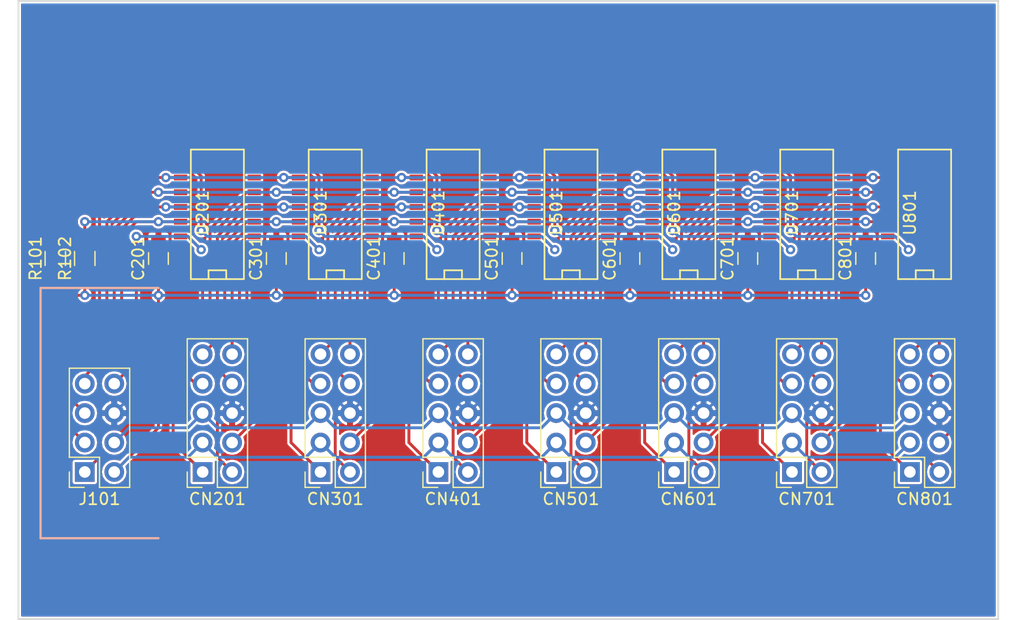
<source format=kicad_pcb>
(kicad_pcb (version 20171130) (host pcbnew "(5.0.1)-3")
  (layers (0 F.Cu signal) (31 B.Cu signal) (34 B.Paste user) (35 F.Paste user) (36 B.SilkS user) (37 F.SilkS user) (38 B.Mask user) (39 F.Mask user) (44 Edge.Cuts user))
  (net 0 "")
  (net 1 +5V)
  (net 2 GND)
  (net 3 /ShiftRegister2/A0)
  (net 4 /ShiftRegister2/A2)
  (net 5 /ShiftRegister2/A1)
  (net 6 +12V)
  (net 7 /ShiftRegister2/EN)
  (net 8 /ShiftRegister2/DATA)
  (net 9 /ShiftRegister2/B1)
  (net 10 /ShiftRegister2/B0)
  (net 11 /ShiftRegister3/B0)
  (net 12 /ShiftRegister3/B1)
  (net 13 /ShiftRegister3/DATA)
  (net 14 /ShiftRegister3/EN)
  (net 15 /ShiftRegister3/A1)
  (net 16 /ShiftRegister3/A2)
  (net 17 /ShiftRegister3/A0)
  (net 18 /ShiftRegister4/B0)
  (net 19 /ShiftRegister4/B1)
  (net 20 /ShiftRegister4/DATA)
  (net 21 /ShiftRegister4/EN)
  (net 22 /ShiftRegister4/A1)
  (net 23 /ShiftRegister4/A2)
  (net 24 /ShiftRegister4/A0)
  (net 25 /ShiftRegister5/A0)
  (net 26 /ShiftRegister5/A2)
  (net 27 /ShiftRegister5/A1)
  (net 28 /ShiftRegister5/EN)
  (net 29 /ShiftRegister5/DATA)
  (net 30 /ShiftRegister5/B1)
  (net 31 /ShiftRegister5/B0)
  (net 32 /ShiftRegister6/B0)
  (net 33 /ShiftRegister6/B1)
  (net 34 /ShiftRegister6/DATA)
  (net 35 /ShiftRegister6/EN)
  (net 36 /ShiftRegister6/A1)
  (net 37 /ShiftRegister6/A2)
  (net 38 /ShiftRegister6/A0)
  (net 39 /ShiftRegister7/B0)
  (net 40 /ShiftRegister7/B1)
  (net 41 /ShiftRegister7/DATA)
  (net 42 /ShiftRegister7/EN)
  (net 43 /ShiftRegister7/A1)
  (net 44 /ShiftRegister7/A2)
  (net 45 /ShiftRegister7/A0)
  (net 46 RCLK)
  (net 47 ~SRCLR)
  (net 48 SRCLK)
  (net 49 ~OE)
  (net 50 /ShiftRegister3/DIN)
  (net 51 /ShiftRegister2/DIN)
  (net 52 /ShiftRegister4/DIN)
  (net 53 /ShiftRegister5/DIN)
  (net 54 /ShiftRegister6/DIN)
  (net 55 /ShiftRegister7/DIN)
  (net 56 /ShiftRegister8/B0)
  (net 57 /ShiftRegister8/B1)
  (net 58 /ShiftRegister8/DATA)
  (net 59 /ShiftRegister8/EN)
  (net 60 /ShiftRegister8/A1)
  (net 61 /ShiftRegister8/A2)
  (net 62 /ShiftRegister8/A0)
  (net 63 /ShiftRegister8/DIN)
  (module Capacitors_SMD:C_0805_HandSoldering (layer F.Cu) (at 189.23 75.565 90)
    (fp_text reference C201 (at 0 -1.75 90) (layer F.SilkS))
    (fp_text value 0u1)
    (pad 1 smd rect (at -1.25 0 90) (size 1.5 1.25) (layers F.Cu F.Paste F.Mask) (net 1 +5V))
    (pad 2 smd rect (at 1.25 0 90) (size 1.5 1.25) (layers F.Cu F.Paste F.Mask) (net 2 GND))
  )
  (module Capacitors_SMD:C_0805_HandSoldering (layer F.Cu) (at 199.39 75.565 90)
    (fp_text reference C301 (at 0 -1.75 90) (layer F.SilkS))
    (fp_text value 0u1)
    (pad 1 smd rect (at -1.25 0 90) (size 1.5 1.25) (layers F.Cu F.Paste F.Mask) (net 1 +5V))
    (pad 2 smd rect (at 1.25 0 90) (size 1.5 1.25) (layers F.Cu F.Paste F.Mask) (net 2 GND))
  )
  (module Capacitors_SMD:C_0805_HandSoldering (layer F.Cu) (at 209.55 75.565 90)
    (fp_text reference C401 (at 0 -1.75 90) (layer F.SilkS))
    (fp_text value 0u1)
    (pad 2 smd rect (at 1.25 0 90) (size 1.5 1.25) (layers F.Cu F.Paste F.Mask) (net 2 GND))
    (pad 1 smd rect (at -1.25 0 90) (size 1.5 1.25) (layers F.Cu F.Paste F.Mask) (net 1 +5V))
  )
  (module Capacitors_SMD:C_0805_HandSoldering (layer F.Cu) (at 219.71 75.565 90)
    (fp_text reference C501 (at 0 -1.75 90) (layer F.SilkS))
    (fp_text value 0u1)
    (pad 2 smd rect (at 1.25 0 90) (size 1.5 1.25) (layers F.Cu F.Paste F.Mask) (net 2 GND))
    (pad 1 smd rect (at -1.25 0 90) (size 1.5 1.25) (layers F.Cu F.Paste F.Mask) (net 1 +5V))
  )
  (module Capacitors_SMD:C_0805_HandSoldering (layer F.Cu) (at 229.87 75.565 90)
    (fp_text reference C601 (at 0 -1.75 90) (layer F.SilkS))
    (fp_text value 0u1)
    (pad 1 smd rect (at -1.25 0 90) (size 1.5 1.25) (layers F.Cu F.Paste F.Mask) (net 1 +5V))
    (pad 2 smd rect (at 1.25 0 90) (size 1.5 1.25) (layers F.Cu F.Paste F.Mask) (net 2 GND))
  )
  (module Capacitors_SMD:C_0805_HandSoldering (layer F.Cu) (at 240.03 75.565 90)
    (fp_text reference C701 (at 0 -1.75 90) (layer F.SilkS))
    (fp_text value 0u1)
    (pad 2 smd rect (at 1.25 0 90) (size 1.5 1.25) (layers F.Cu F.Paste F.Mask) (net 2 GND))
    (pad 1 smd rect (at -1.25 0 90) (size 1.5 1.25) (layers F.Cu F.Paste F.Mask) (net 1 +5V))
  )
  (module Capacitors_SMD:C_0805_HandSoldering (layer F.Cu) (at 250.19 75.565 90)
    (fp_text reference C801 (at 0 -1.75 90) (layer F.SilkS))
    (fp_text value 0u1)
    (pad 2 smd rect (at 1.25 0 90) (size 1.5 1.25) (layers F.Cu F.Paste F.Mask) (net 2 GND))
    (pad 1 smd rect (at -1.25 0 90) (size 1.5 1.25) (layers F.Cu F.Paste F.Mask) (net 1 +5V))
  )
  (module Socket_Strips:Socket_Strip_Straight_2x05_Pitch2.54mm (layer F.Cu) (at 193.04 93.98 180)
    (fp_text reference CN201 (at -1.27 -2.33 180) (layer F.SilkS))
    (fp_text value Conn_02x05_Odd_Even)
    (pad 1 thru_hole rect (at 0 0 180) (size 1.7 1.7) (drill 1) (layers *.Cu *.Mask) (net 3 /ShiftRegister2/A0))
    (pad 2 thru_hole oval (at -2.54 0 180) (size 1.7 1.7) (drill 1) (layers *.Cu *.Mask) (net 4 /ShiftRegister2/A2))
    (pad 3 thru_hole oval (at 0 2.54 180) (size 1.7 1.7) (drill 1) (layers *.Cu *.Mask) (net 1 +5V))
    (pad 4 thru_hole oval (at -2.54 2.54 180) (size 1.7 1.7) (drill 1) (layers *.Cu *.Mask) (net 5 /ShiftRegister2/A1))
    (pad 5 thru_hole oval (at 0 5.08 180) (size 1.7 1.7) (drill 1) (layers *.Cu *.Mask) (net 6 +12V))
    (pad 6 thru_hole oval (at -2.54 5.08 180) (size 1.7 1.7) (drill 1) (layers *.Cu *.Mask) (net 2 GND))
    (pad 7 thru_hole oval (at 0 7.62 180) (size 1.7 1.7) (drill 1) (layers *.Cu *.Mask) (net 7 /ShiftRegister2/EN))
    (pad 8 thru_hole oval (at -2.54 7.62 180) (size 1.7 1.7) (drill 1) (layers *.Cu *.Mask) (net 8 /ShiftRegister2/DATA))
    (pad 9 thru_hole oval (at 0 10.16 180) (size 1.7 1.7) (drill 1) (layers *.Cu *.Mask) (net 9 /ShiftRegister2/B1))
    (pad 10 thru_hole oval (at -2.54 10.16 180) (size 1.7 1.7) (drill 1) (layers *.Cu *.Mask) (net 10 /ShiftRegister2/B0))
  )
  (module Socket_Strips:Socket_Strip_Straight_2x05_Pitch2.54mm (layer F.Cu) (at 203.2 93.98 180)
    (fp_text reference CN301 (at -1.27 -2.33 180) (layer F.SilkS))
    (fp_text value Conn_02x05_Odd_Even)
    (pad 10 thru_hole oval (at -2.54 10.16 180) (size 1.7 1.7) (drill 1) (layers *.Cu *.Mask) (net 11 /ShiftRegister3/B0))
    (pad 9 thru_hole oval (at 0 10.16 180) (size 1.7 1.7) (drill 1) (layers *.Cu *.Mask) (net 12 /ShiftRegister3/B1))
    (pad 8 thru_hole oval (at -2.54 7.62 180) (size 1.7 1.7) (drill 1) (layers *.Cu *.Mask) (net 13 /ShiftRegister3/DATA))
    (pad 7 thru_hole oval (at 0 7.62 180) (size 1.7 1.7) (drill 1) (layers *.Cu *.Mask) (net 14 /ShiftRegister3/EN))
    (pad 6 thru_hole oval (at -2.54 5.08 180) (size 1.7 1.7) (drill 1) (layers *.Cu *.Mask) (net 2 GND))
    (pad 5 thru_hole oval (at 0 5.08 180) (size 1.7 1.7) (drill 1) (layers *.Cu *.Mask) (net 6 +12V))
    (pad 4 thru_hole oval (at -2.54 2.54 180) (size 1.7 1.7) (drill 1) (layers *.Cu *.Mask) (net 15 /ShiftRegister3/A1))
    (pad 3 thru_hole oval (at 0 2.54 180) (size 1.7 1.7) (drill 1) (layers *.Cu *.Mask) (net 1 +5V))
    (pad 2 thru_hole oval (at -2.54 0 180) (size 1.7 1.7) (drill 1) (layers *.Cu *.Mask) (net 16 /ShiftRegister3/A2))
    (pad 1 thru_hole rect (at 0 0 180) (size 1.7 1.7) (drill 1) (layers *.Cu *.Mask) (net 17 /ShiftRegister3/A0))
  )
  (module Socket_Strips:Socket_Strip_Straight_2x05_Pitch2.54mm (layer F.Cu) (at 213.36 93.98 180)
    (fp_text reference CN401 (at -1.27 -2.33 180) (layer F.SilkS))
    (fp_text value Conn_02x05_Odd_Even)
    (pad 10 thru_hole oval (at -2.54 10.16 180) (size 1.7 1.7) (drill 1) (layers *.Cu *.Mask) (net 18 /ShiftRegister4/B0))
    (pad 9 thru_hole oval (at 0 10.16 180) (size 1.7 1.7) (drill 1) (layers *.Cu *.Mask) (net 19 /ShiftRegister4/B1))
    (pad 8 thru_hole oval (at -2.54 7.62 180) (size 1.7 1.7) (drill 1) (layers *.Cu *.Mask) (net 20 /ShiftRegister4/DATA))
    (pad 7 thru_hole oval (at 0 7.62 180) (size 1.7 1.7) (drill 1) (layers *.Cu *.Mask) (net 21 /ShiftRegister4/EN))
    (pad 6 thru_hole oval (at -2.54 5.08 180) (size 1.7 1.7) (drill 1) (layers *.Cu *.Mask) (net 2 GND))
    (pad 5 thru_hole oval (at 0 5.08 180) (size 1.7 1.7) (drill 1) (layers *.Cu *.Mask) (net 6 +12V))
    (pad 4 thru_hole oval (at -2.54 2.54 180) (size 1.7 1.7) (drill 1) (layers *.Cu *.Mask) (net 22 /ShiftRegister4/A1))
    (pad 3 thru_hole oval (at 0 2.54 180) (size 1.7 1.7) (drill 1) (layers *.Cu *.Mask) (net 1 +5V))
    (pad 2 thru_hole oval (at -2.54 0 180) (size 1.7 1.7) (drill 1) (layers *.Cu *.Mask) (net 23 /ShiftRegister4/A2))
    (pad 1 thru_hole rect (at 0 0 180) (size 1.7 1.7) (drill 1) (layers *.Cu *.Mask) (net 24 /ShiftRegister4/A0))
  )
  (module Socket_Strips:Socket_Strip_Straight_2x05_Pitch2.54mm (layer F.Cu) (at 223.52 93.98 180)
    (fp_text reference CN501 (at -1.27 -2.33 180) (layer F.SilkS))
    (fp_text value Conn_02x05_Odd_Even)
    (pad 1 thru_hole rect (at 0 0 180) (size 1.7 1.7) (drill 1) (layers *.Cu *.Mask) (net 25 /ShiftRegister5/A0))
    (pad 2 thru_hole oval (at -2.54 0 180) (size 1.7 1.7) (drill 1) (layers *.Cu *.Mask) (net 26 /ShiftRegister5/A2))
    (pad 3 thru_hole oval (at 0 2.54 180) (size 1.7 1.7) (drill 1) (layers *.Cu *.Mask) (net 1 +5V))
    (pad 4 thru_hole oval (at -2.54 2.54 180) (size 1.7 1.7) (drill 1) (layers *.Cu *.Mask) (net 27 /ShiftRegister5/A1))
    (pad 5 thru_hole oval (at 0 5.08 180) (size 1.7 1.7) (drill 1) (layers *.Cu *.Mask) (net 6 +12V))
    (pad 6 thru_hole oval (at -2.54 5.08 180) (size 1.7 1.7) (drill 1) (layers *.Cu *.Mask) (net 2 GND))
    (pad 7 thru_hole oval (at 0 7.62 180) (size 1.7 1.7) (drill 1) (layers *.Cu *.Mask) (net 28 /ShiftRegister5/EN))
    (pad 8 thru_hole oval (at -2.54 7.62 180) (size 1.7 1.7) (drill 1) (layers *.Cu *.Mask) (net 29 /ShiftRegister5/DATA))
    (pad 9 thru_hole oval (at 0 10.16 180) (size 1.7 1.7) (drill 1) (layers *.Cu *.Mask) (net 30 /ShiftRegister5/B1))
    (pad 10 thru_hole oval (at -2.54 10.16 180) (size 1.7 1.7) (drill 1) (layers *.Cu *.Mask) (net 31 /ShiftRegister5/B0))
  )
  (module Socket_Strips:Socket_Strip_Straight_2x05_Pitch2.54mm (layer F.Cu) (at 233.68 93.98 180)
    (fp_text reference CN601 (at -1.27 -2.33 180) (layer F.SilkS))
    (fp_text value Conn_02x05_Odd_Even)
    (pad 10 thru_hole oval (at -2.54 10.16 180) (size 1.7 1.7) (drill 1) (layers *.Cu *.Mask) (net 32 /ShiftRegister6/B0))
    (pad 9 thru_hole oval (at 0 10.16 180) (size 1.7 1.7) (drill 1) (layers *.Cu *.Mask) (net 33 /ShiftRegister6/B1))
    (pad 8 thru_hole oval (at -2.54 7.62 180) (size 1.7 1.7) (drill 1) (layers *.Cu *.Mask) (net 34 /ShiftRegister6/DATA))
    (pad 7 thru_hole oval (at 0 7.62 180) (size 1.7 1.7) (drill 1) (layers *.Cu *.Mask) (net 35 /ShiftRegister6/EN))
    (pad 6 thru_hole oval (at -2.54 5.08 180) (size 1.7 1.7) (drill 1) (layers *.Cu *.Mask) (net 2 GND))
    (pad 5 thru_hole oval (at 0 5.08 180) (size 1.7 1.7) (drill 1) (layers *.Cu *.Mask) (net 6 +12V))
    (pad 4 thru_hole oval (at -2.54 2.54 180) (size 1.7 1.7) (drill 1) (layers *.Cu *.Mask) (net 36 /ShiftRegister6/A1))
    (pad 3 thru_hole oval (at 0 2.54 180) (size 1.7 1.7) (drill 1) (layers *.Cu *.Mask) (net 1 +5V))
    (pad 2 thru_hole oval (at -2.54 0 180) (size 1.7 1.7) (drill 1) (layers *.Cu *.Mask) (net 37 /ShiftRegister6/A2))
    (pad 1 thru_hole rect (at 0 0 180) (size 1.7 1.7) (drill 1) (layers *.Cu *.Mask) (net 38 /ShiftRegister6/A0))
  )
  (module Socket_Strips:Socket_Strip_Straight_2x05_Pitch2.54mm (layer F.Cu) (at 243.84 93.98 180)
    (fp_text reference CN701 (at -1.27 -2.33 180) (layer F.SilkS))
    (fp_text value Conn_02x05_Odd_Even)
    (pad 1 thru_hole rect (at 0 0 180) (size 1.7 1.7) (drill 1) (layers *.Cu *.Mask) (net 45 /ShiftRegister7/A0))
    (pad 2 thru_hole oval (at -2.54 0 180) (size 1.7 1.7) (drill 1) (layers *.Cu *.Mask) (net 44 /ShiftRegister7/A2))
    (pad 3 thru_hole oval (at 0 2.54 180) (size 1.7 1.7) (drill 1) (layers *.Cu *.Mask) (net 1 +5V))
    (pad 4 thru_hole oval (at -2.54 2.54 180) (size 1.7 1.7) (drill 1) (layers *.Cu *.Mask) (net 43 /ShiftRegister7/A1))
    (pad 5 thru_hole oval (at 0 5.08 180) (size 1.7 1.7) (drill 1) (layers *.Cu *.Mask) (net 6 +12V))
    (pad 6 thru_hole oval (at -2.54 5.08 180) (size 1.7 1.7) (drill 1) (layers *.Cu *.Mask) (net 2 GND))
    (pad 7 thru_hole oval (at 0 7.62 180) (size 1.7 1.7) (drill 1) (layers *.Cu *.Mask) (net 42 /ShiftRegister7/EN))
    (pad 8 thru_hole oval (at -2.54 7.62 180) (size 1.7 1.7) (drill 1) (layers *.Cu *.Mask) (net 41 /ShiftRegister7/DATA))
    (pad 9 thru_hole oval (at 0 10.16 180) (size 1.7 1.7) (drill 1) (layers *.Cu *.Mask) (net 40 /ShiftRegister7/B1))
    (pad 10 thru_hole oval (at -2.54 10.16 180) (size 1.7 1.7) (drill 1) (layers *.Cu *.Mask) (net 39 /ShiftRegister7/B0))
  )
  (module Socket_Strips:Socket_Strip_Straight_2x05_Pitch2.54mm (layer F.Cu) (at 254 93.98 180)
    (fp_text reference CN801 (at -1.27 -2.33 180) (layer F.SilkS))
    (fp_text value Conn_02x05_Odd_Even)
    (pad 10 thru_hole oval (at -2.54 10.16 180) (size 1.7 1.7) (drill 1) (layers *.Cu *.Mask) (net 56 /ShiftRegister8/B0))
    (pad 9 thru_hole oval (at 0 10.16 180) (size 1.7 1.7) (drill 1) (layers *.Cu *.Mask) (net 57 /ShiftRegister8/B1))
    (pad 8 thru_hole oval (at -2.54 7.62 180) (size 1.7 1.7) (drill 1) (layers *.Cu *.Mask) (net 58 /ShiftRegister8/DATA))
    (pad 7 thru_hole oval (at 0 7.62 180) (size 1.7 1.7) (drill 1) (layers *.Cu *.Mask) (net 59 /ShiftRegister8/EN))
    (pad 6 thru_hole oval (at -2.54 5.08 180) (size 1.7 1.7) (drill 1) (layers *.Cu *.Mask) (net 2 GND))
    (pad 5 thru_hole oval (at 0 5.08 180) (size 1.7 1.7) (drill 1) (layers *.Cu *.Mask) (net 6 +12V))
    (pad 4 thru_hole oval (at -2.54 2.54 180) (size 1.7 1.7) (drill 1) (layers *.Cu *.Mask) (net 60 /ShiftRegister8/A1))
    (pad 3 thru_hole oval (at 0 2.54 180) (size 1.7 1.7) (drill 1) (layers *.Cu *.Mask) (net 1 +5V))
    (pad 2 thru_hole oval (at -2.54 0 180) (size 1.7 1.7) (drill 1) (layers *.Cu *.Mask) (net 61 /ShiftRegister8/A2))
    (pad 1 thru_hole rect (at 0 0 180) (size 1.7 1.7) (drill 1) (layers *.Cu *.Mask) (net 62 /ShiftRegister8/A0))
  )
  (module Socket_Strips:Socket_Strip_Straight_2x04_Pitch2.54mm (layer F.Cu) (at 182.88 93.98 180)
    (fp_text reference J101 (at -1.27 -2.33 180) (layer F.SilkS))
    (fp_text value Conn_02x04_Odd_Even)
    (pad 8 thru_hole oval (at -2.54 7.62 180) (size 1.7 1.7) (drill 1) (layers *.Cu *.Mask) (net 51 /ShiftRegister2/DIN))
    (pad 7 thru_hole oval (at 0 7.62 180) (size 1.7 1.7) (drill 1) (layers *.Cu *.Mask) (net 46 RCLK))
    (pad 6 thru_hole oval (at -2.54 5.08 180) (size 1.7 1.7) (drill 1) (layers *.Cu *.Mask) (net 2 GND))
    (pad 5 thru_hole oval (at 0 5.08 180) (size 1.7 1.7) (drill 1) (layers *.Cu *.Mask) (net 48 SRCLK))
    (pad 4 thru_hole oval (at -2.54 2.54 180) (size 1.7 1.7) (drill 1) (layers *.Cu *.Mask) (net 6 +12V))
    (pad 3 thru_hole oval (at 0 2.54 180) (size 1.7 1.7) (drill 1) (layers *.Cu *.Mask) (net 47 ~SRCLR))
    (pad 2 thru_hole oval (at -2.54 0 180) (size 1.7 1.7) (drill 1) (layers *.Cu *.Mask) (net 1 +5V))
    (pad 1 thru_hole rect (at 0 0 180) (size 1.7 1.7) (drill 1) (layers *.Cu *.Mask) (net 49 ~OE))
  )
  (module Resistors_SMD:R_0805_HandSoldering (layer F.Cu) (at 180.34 75.565 90)
    (fp_text reference R101 (at 0 -1.7 90) (layer F.SilkS))
    (fp_text value 10K)
    (pad 1 smd rect (at -1.35 0 90) (size 1.5 1.3) (layers F.Cu F.Paste F.Mask) (net 1 +5V))
    (pad 2 smd rect (at 1.35 0 90) (size 1.5 1.3) (layers F.Cu F.Paste F.Mask) (net 47 ~SRCLR))
  )
  (module Resistors_SMD:R_0805_HandSoldering (layer F.Cu) (at 182.88 75.565 90)
    (fp_text reference R102 (at 0 -1.7 90) (layer F.SilkS))
    (fp_text value 10K)
    (pad 2 smd rect (at 1.35 0 90) (size 1.5 1.3) (layers F.Cu F.Paste F.Mask) (net 49 ~OE))
    (pad 1 smd rect (at -1.35 0 90) (size 1.5 1.3) (layers F.Cu F.Paste F.Mask) (net 1 +5V))
  )
  (module SMD_Packages:SO-16-N (layer F.Cu) (at 194.31 71.755 90)
    (fp_text reference U201 (at 0.127 -1.27 90) (layer F.SilkS))
    (fp_text value 74HCT595)
    (pad 15 smd rect (at -3.175 -3.175 90) (size 0.508 1.143) (layers F.Cu F.Paste F.Mask) (net 3 /ShiftRegister2/A0))
    (pad 1 smd rect (at -4.445 3.175 90) (size 0.508 1.143) (layers F.Cu F.Paste F.Mask) (net 5 /ShiftRegister2/A1))
    (pad 2 smd rect (at -3.175 3.175 90) (size 0.508 1.143) (layers F.Cu F.Paste F.Mask) (net 4 /ShiftRegister2/A2))
    (pad 3 smd rect (at -1.905 3.175 90) (size 0.508 1.143) (layers F.Cu F.Paste F.Mask) (net 10 /ShiftRegister2/B0))
    (pad 4 smd rect (at -0.635 3.175 90) (size 0.508 1.143) (layers F.Cu F.Paste F.Mask) (net 9 /ShiftRegister2/B1))
    (pad 5 smd rect (at 0.635 3.175 90) (size 0.508 1.143) (layers F.Cu F.Paste F.Mask) (net 8 /ShiftRegister2/DATA))
    (pad 6 smd rect (at 1.905 3.175 90) (size 0.508 1.143) (layers F.Cu F.Paste F.Mask) (net 7 /ShiftRegister2/EN))
    (pad 7 smd rect (at 3.175 3.175 90) (size 0.508 1.143) (layers F.Cu F.Paste F.Mask))
    (pad 8 smd rect (at 4.445 3.175 90) (size 0.508 1.143) (layers F.Cu F.Paste F.Mask) (net 2 GND))
    (pad 9 smd rect (at 4.445 -3.175 90) (size 0.508 1.143) (layers F.Cu F.Paste F.Mask) (net 50 /ShiftRegister3/DIN))
    (pad 10 smd rect (at 3.175 -3.175 90) (size 0.508 1.143) (layers F.Cu F.Paste F.Mask) (net 47 ~SRCLR))
    (pad 11 smd rect (at 1.905 -3.175 90) (size 0.508 1.143) (layers F.Cu F.Paste F.Mask) (net 48 SRCLK))
    (pad 12 smd rect (at 0.635 -3.175 90) (size 0.508 1.143) (layers F.Cu F.Paste F.Mask) (net 46 RCLK))
    (pad 13 smd rect (at -0.635 -3.175 90) (size 0.508 1.143) (layers F.Cu F.Paste F.Mask) (net 49 ~OE))
    (pad 14 smd rect (at -1.905 -3.175 90) (size 0.508 1.143) (layers F.Cu F.Paste F.Mask) (net 51 /ShiftRegister2/DIN))
    (pad 16 smd rect (at -4.445 -3.175 90) (size 0.508 1.143) (layers F.Cu F.Paste F.Mask) (net 1 +5V))
  )
  (module SMD_Packages:SO-16-N (layer F.Cu) (at 204.47 71.755 90)
    (fp_text reference U301 (at 0.127 -1.27 90) (layer F.SilkS))
    (fp_text value 74HCT595)
    (pad 15 smd rect (at -3.175 -3.175 90) (size 0.508 1.143) (layers F.Cu F.Paste F.Mask) (net 17 /ShiftRegister3/A0))
    (pad 1 smd rect (at -4.445 3.175 90) (size 0.508 1.143) (layers F.Cu F.Paste F.Mask) (net 15 /ShiftRegister3/A1))
    (pad 2 smd rect (at -3.175 3.175 90) (size 0.508 1.143) (layers F.Cu F.Paste F.Mask) (net 16 /ShiftRegister3/A2))
    (pad 3 smd rect (at -1.905 3.175 90) (size 0.508 1.143) (layers F.Cu F.Paste F.Mask) (net 11 /ShiftRegister3/B0))
    (pad 4 smd rect (at -0.635 3.175 90) (size 0.508 1.143) (layers F.Cu F.Paste F.Mask) (net 12 /ShiftRegister3/B1))
    (pad 5 smd rect (at 0.635 3.175 90) (size 0.508 1.143) (layers F.Cu F.Paste F.Mask) (net 13 /ShiftRegister3/DATA))
    (pad 6 smd rect (at 1.905 3.175 90) (size 0.508 1.143) (layers F.Cu F.Paste F.Mask) (net 14 /ShiftRegister3/EN))
    (pad 7 smd rect (at 3.175 3.175 90) (size 0.508 1.143) (layers F.Cu F.Paste F.Mask))
    (pad 8 smd rect (at 4.445 3.175 90) (size 0.508 1.143) (layers F.Cu F.Paste F.Mask) (net 2 GND))
    (pad 9 smd rect (at 4.445 -3.175 90) (size 0.508 1.143) (layers F.Cu F.Paste F.Mask) (net 52 /ShiftRegister4/DIN))
    (pad 10 smd rect (at 3.175 -3.175 90) (size 0.508 1.143) (layers F.Cu F.Paste F.Mask) (net 47 ~SRCLR))
    (pad 11 smd rect (at 1.905 -3.175 90) (size 0.508 1.143) (layers F.Cu F.Paste F.Mask) (net 48 SRCLK))
    (pad 12 smd rect (at 0.635 -3.175 90) (size 0.508 1.143) (layers F.Cu F.Paste F.Mask) (net 46 RCLK))
    (pad 13 smd rect (at -0.635 -3.175 90) (size 0.508 1.143) (layers F.Cu F.Paste F.Mask) (net 49 ~OE))
    (pad 14 smd rect (at -1.905 -3.175 90) (size 0.508 1.143) (layers F.Cu F.Paste F.Mask) (net 50 /ShiftRegister3/DIN))
    (pad 16 smd rect (at -4.445 -3.175 90) (size 0.508 1.143) (layers F.Cu F.Paste F.Mask) (net 1 +5V))
  )
  (module SMD_Packages:SO-16-N (layer F.Cu) (at 214.63 71.755 90)
    (fp_text reference U401 (at 0.127 -1.27 270) (layer F.SilkS))
    (fp_text value 74HCT595)
    (pad 16 smd rect (at -4.445 -3.175 90) (size 0.508 1.143) (layers F.Cu F.Paste F.Mask) (net 1 +5V))
    (pad 14 smd rect (at -1.905 -3.175 90) (size 0.508 1.143) (layers F.Cu F.Paste F.Mask) (net 52 /ShiftRegister4/DIN))
    (pad 13 smd rect (at -0.635 -3.175 90) (size 0.508 1.143) (layers F.Cu F.Paste F.Mask) (net 49 ~OE))
    (pad 12 smd rect (at 0.635 -3.175 90) (size 0.508 1.143) (layers F.Cu F.Paste F.Mask) (net 46 RCLK))
    (pad 11 smd rect (at 1.905 -3.175 90) (size 0.508 1.143) (layers F.Cu F.Paste F.Mask) (net 48 SRCLK))
    (pad 10 smd rect (at 3.175 -3.175 90) (size 0.508 1.143) (layers F.Cu F.Paste F.Mask) (net 47 ~SRCLR))
    (pad 9 smd rect (at 4.445 -3.175 90) (size 0.508 1.143) (layers F.Cu F.Paste F.Mask) (net 53 /ShiftRegister5/DIN))
    (pad 8 smd rect (at 4.445 3.175 90) (size 0.508 1.143) (layers F.Cu F.Paste F.Mask) (net 2 GND))
    (pad 7 smd rect (at 3.175 3.175 90) (size 0.508 1.143) (layers F.Cu F.Paste F.Mask))
    (pad 6 smd rect (at 1.905 3.175 90) (size 0.508 1.143) (layers F.Cu F.Paste F.Mask) (net 21 /ShiftRegister4/EN))
    (pad 5 smd rect (at 0.635 3.175 90) (size 0.508 1.143) (layers F.Cu F.Paste F.Mask) (net 20 /ShiftRegister4/DATA))
    (pad 4 smd rect (at -0.635 3.175 90) (size 0.508 1.143) (layers F.Cu F.Paste F.Mask) (net 19 /ShiftRegister4/B1))
    (pad 3 smd rect (at -1.905 3.175 90) (size 0.508 1.143) (layers F.Cu F.Paste F.Mask) (net 18 /ShiftRegister4/B0))
    (pad 2 smd rect (at -3.175 3.175 90) (size 0.508 1.143) (layers F.Cu F.Paste F.Mask) (net 23 /ShiftRegister4/A2))
    (pad 1 smd rect (at -4.445 3.175 90) (size 0.508 1.143) (layers F.Cu F.Paste F.Mask) (net 22 /ShiftRegister4/A1))
    (pad 15 smd rect (at -3.175 -3.175 90) (size 0.508 1.143) (layers F.Cu F.Paste F.Mask) (net 24 /ShiftRegister4/A0))
  )
  (module SMD_Packages:SO-16-N (layer F.Cu) (at 224.79 71.755 90)
    (fp_text reference U501 (at 0.127 -1.27 90) (layer F.SilkS))
    (fp_text value 74HCT595)
    (pad 16 smd rect (at -4.445 -3.175 90) (size 0.508 1.143) (layers F.Cu F.Paste F.Mask) (net 1 +5V))
    (pad 14 smd rect (at -1.905 -3.175 90) (size 0.508 1.143) (layers F.Cu F.Paste F.Mask) (net 53 /ShiftRegister5/DIN))
    (pad 13 smd rect (at -0.635 -3.175 90) (size 0.508 1.143) (layers F.Cu F.Paste F.Mask) (net 49 ~OE))
    (pad 12 smd rect (at 0.635 -3.175 90) (size 0.508 1.143) (layers F.Cu F.Paste F.Mask) (net 46 RCLK))
    (pad 11 smd rect (at 1.905 -3.175 90) (size 0.508 1.143) (layers F.Cu F.Paste F.Mask) (net 48 SRCLK))
    (pad 10 smd rect (at 3.175 -3.175 90) (size 0.508 1.143) (layers F.Cu F.Paste F.Mask) (net 47 ~SRCLR))
    (pad 9 smd rect (at 4.445 -3.175 90) (size 0.508 1.143) (layers F.Cu F.Paste F.Mask) (net 54 /ShiftRegister6/DIN))
    (pad 8 smd rect (at 4.445 3.175 90) (size 0.508 1.143) (layers F.Cu F.Paste F.Mask) (net 2 GND))
    (pad 7 smd rect (at 3.175 3.175 90) (size 0.508 1.143) (layers F.Cu F.Paste F.Mask))
    (pad 6 smd rect (at 1.905 3.175 90) (size 0.508 1.143) (layers F.Cu F.Paste F.Mask) (net 28 /ShiftRegister5/EN))
    (pad 5 smd rect (at 0.635 3.175 90) (size 0.508 1.143) (layers F.Cu F.Paste F.Mask) (net 29 /ShiftRegister5/DATA))
    (pad 4 smd rect (at -0.635 3.175 90) (size 0.508 1.143) (layers F.Cu F.Paste F.Mask) (net 30 /ShiftRegister5/B1))
    (pad 3 smd rect (at -1.905 3.175 90) (size 0.508 1.143) (layers F.Cu F.Paste F.Mask) (net 31 /ShiftRegister5/B0))
    (pad 2 smd rect (at -3.175 3.175 90) (size 0.508 1.143) (layers F.Cu F.Paste F.Mask) (net 26 /ShiftRegister5/A2))
    (pad 1 smd rect (at -4.445 3.175 90) (size 0.508 1.143) (layers F.Cu F.Paste F.Mask) (net 27 /ShiftRegister5/A1))
    (pad 15 smd rect (at -3.175 -3.175 90) (size 0.508 1.143) (layers F.Cu F.Paste F.Mask) (net 25 /ShiftRegister5/A0))
  )
  (module SMD_Packages:SO-16-N (layer F.Cu) (at 234.95 71.755 90)
    (fp_text reference U601 (at 0.127 -1.27 90) (layer F.SilkS))
    (fp_text value 74HCT595)
    (pad 15 smd rect (at -3.175 -3.175 90) (size 0.508 1.143) (layers F.Cu F.Paste F.Mask) (net 38 /ShiftRegister6/A0))
    (pad 1 smd rect (at -4.445 3.175 90) (size 0.508 1.143) (layers F.Cu F.Paste F.Mask) (net 36 /ShiftRegister6/A1))
    (pad 2 smd rect (at -3.175 3.175 90) (size 0.508 1.143) (layers F.Cu F.Paste F.Mask) (net 37 /ShiftRegister6/A2))
    (pad 3 smd rect (at -1.905 3.175 90) (size 0.508 1.143) (layers F.Cu F.Paste F.Mask) (net 32 /ShiftRegister6/B0))
    (pad 4 smd rect (at -0.635 3.175 90) (size 0.508 1.143) (layers F.Cu F.Paste F.Mask) (net 33 /ShiftRegister6/B1))
    (pad 5 smd rect (at 0.635 3.175 90) (size 0.508 1.143) (layers F.Cu F.Paste F.Mask) (net 34 /ShiftRegister6/DATA))
    (pad 6 smd rect (at 1.905 3.175 90) (size 0.508 1.143) (layers F.Cu F.Paste F.Mask) (net 35 /ShiftRegister6/EN))
    (pad 7 smd rect (at 3.175 3.175 90) (size 0.508 1.143) (layers F.Cu F.Paste F.Mask))
    (pad 8 smd rect (at 4.445 3.175 90) (size 0.508 1.143) (layers F.Cu F.Paste F.Mask) (net 2 GND))
    (pad 9 smd rect (at 4.445 -3.175 90) (size 0.508 1.143) (layers F.Cu F.Paste F.Mask) (net 55 /ShiftRegister7/DIN))
    (pad 10 smd rect (at 3.175 -3.175 90) (size 0.508 1.143) (layers F.Cu F.Paste F.Mask) (net 47 ~SRCLR))
    (pad 11 smd rect (at 1.905 -3.175 90) (size 0.508 1.143) (layers F.Cu F.Paste F.Mask) (net 48 SRCLK))
    (pad 12 smd rect (at 0.635 -3.175 90) (size 0.508 1.143) (layers F.Cu F.Paste F.Mask) (net 46 RCLK))
    (pad 13 smd rect (at -0.635 -3.175 90) (size 0.508 1.143) (layers F.Cu F.Paste F.Mask) (net 49 ~OE))
    (pad 14 smd rect (at -1.905 -3.175 90) (size 0.508 1.143) (layers F.Cu F.Paste F.Mask) (net 54 /ShiftRegister6/DIN))
    (pad 16 smd rect (at -4.445 -3.175 90) (size 0.508 1.143) (layers F.Cu F.Paste F.Mask) (net 1 +5V))
  )
  (module SMD_Packages:SO-16-N (layer F.Cu) (at 245.11 71.755 90)
    (fp_text reference U701 (at 0.127 -1.27 90) (layer F.SilkS))
    (fp_text value 74HCT595)
    (pad 15 smd rect (at -3.175 -3.175 90) (size 0.508 1.143) (layers F.Cu F.Paste F.Mask) (net 45 /ShiftRegister7/A0))
    (pad 1 smd rect (at -4.445 3.175 90) (size 0.508 1.143) (layers F.Cu F.Paste F.Mask) (net 43 /ShiftRegister7/A1))
    (pad 2 smd rect (at -3.175 3.175 90) (size 0.508 1.143) (layers F.Cu F.Paste F.Mask) (net 44 /ShiftRegister7/A2))
    (pad 3 smd rect (at -1.905 3.175 90) (size 0.508 1.143) (layers F.Cu F.Paste F.Mask) (net 39 /ShiftRegister7/B0))
    (pad 4 smd rect (at -0.635 3.175 90) (size 0.508 1.143) (layers F.Cu F.Paste F.Mask) (net 40 /ShiftRegister7/B1))
    (pad 5 smd rect (at 0.635 3.175 90) (size 0.508 1.143) (layers F.Cu F.Paste F.Mask) (net 41 /ShiftRegister7/DATA))
    (pad 6 smd rect (at 1.905 3.175 90) (size 0.508 1.143) (layers F.Cu F.Paste F.Mask) (net 42 /ShiftRegister7/EN))
    (pad 7 smd rect (at 3.175 3.175 90) (size 0.508 1.143) (layers F.Cu F.Paste F.Mask))
    (pad 8 smd rect (at 4.445 3.175 90) (size 0.508 1.143) (layers F.Cu F.Paste F.Mask) (net 2 GND))
    (pad 9 smd rect (at 4.445 -3.175 90) (size 0.508 1.143) (layers F.Cu F.Paste F.Mask) (net 63 /ShiftRegister8/DIN))
    (pad 10 smd rect (at 3.175 -3.175 90) (size 0.508 1.143) (layers F.Cu F.Paste F.Mask) (net 47 ~SRCLR))
    (pad 11 smd rect (at 1.905 -3.175 90) (size 0.508 1.143) (layers F.Cu F.Paste F.Mask) (net 48 SRCLK))
    (pad 12 smd rect (at 0.635 -3.175 90) (size 0.508 1.143) (layers F.Cu F.Paste F.Mask) (net 46 RCLK))
    (pad 13 smd rect (at -0.635 -3.175 90) (size 0.508 1.143) (layers F.Cu F.Paste F.Mask) (net 49 ~OE))
    (pad 14 smd rect (at -1.905 -3.175 90) (size 0.508 1.143) (layers F.Cu F.Paste F.Mask) (net 55 /ShiftRegister7/DIN))
    (pad 16 smd rect (at -4.445 -3.175 90) (size 0.508 1.143) (layers F.Cu F.Paste F.Mask) (net 1 +5V))
  )
  (module SMD_Packages:SO-16-N (layer F.Cu) (at 255.27 71.755 90)
    (fp_text reference U801 (at 0.127 -1.27 270) (layer F.SilkS))
    (fp_text value 74HCT595)
    (pad 16 smd rect (at -4.445 -3.175 90) (size 0.508 1.143) (layers F.Cu F.Paste F.Mask) (net 1 +5V))
    (pad 14 smd rect (at -1.905 -3.175 90) (size 0.508 1.143) (layers F.Cu F.Paste F.Mask) (net 63 /ShiftRegister8/DIN))
    (pad 13 smd rect (at -0.635 -3.175 90) (size 0.508 1.143) (layers F.Cu F.Paste F.Mask) (net 49 ~OE))
    (pad 12 smd rect (at 0.635 -3.175 90) (size 0.508 1.143) (layers F.Cu F.Paste F.Mask) (net 46 RCLK))
    (pad 11 smd rect (at 1.905 -3.175 90) (size 0.508 1.143) (layers F.Cu F.Paste F.Mask) (net 48 SRCLK))
    (pad 10 smd rect (at 3.175 -3.175 90) (size 0.508 1.143) (layers F.Cu F.Paste F.Mask) (net 47 ~SRCLR))
    (pad 9 smd rect (at 4.445 -3.175 90) (size 0.508 1.143) (layers F.Cu F.Paste F.Mask))
    (pad 8 smd rect (at 4.445 3.175 90) (size 0.508 1.143) (layers F.Cu F.Paste F.Mask) (net 2 GND))
    (pad 7 smd rect (at 3.175 3.175 90) (size 0.508 1.143) (layers F.Cu F.Paste F.Mask))
    (pad 6 smd rect (at 1.905 3.175 90) (size 0.508 1.143) (layers F.Cu F.Paste F.Mask) (net 59 /ShiftRegister8/EN))
    (pad 5 smd rect (at 0.635 3.175 90) (size 0.508 1.143) (layers F.Cu F.Paste F.Mask) (net 58 /ShiftRegister8/DATA))
    (pad 4 smd rect (at -0.635 3.175 90) (size 0.508 1.143) (layers F.Cu F.Paste F.Mask) (net 57 /ShiftRegister8/B1))
    (pad 3 smd rect (at -1.905 3.175 90) (size 0.508 1.143) (layers F.Cu F.Paste F.Mask) (net 56 /ShiftRegister8/B0))
    (pad 2 smd rect (at -3.175 3.175 90) (size 0.508 1.143) (layers F.Cu F.Paste F.Mask) (net 61 /ShiftRegister8/A2))
    (pad 1 smd rect (at -4.445 3.175 90) (size 0.508 1.143) (layers F.Cu F.Paste F.Mask) (net 60 /ShiftRegister8/A1))
    (pad 15 smd rect (at -3.175 -3.175 90) (size 0.508 1.143) (layers F.Cu F.Paste F.Mask) (net 62 /ShiftRegister8/A0))
  )
  (gr_line (start 179.07 78.105) (end 189.23 78.105) (layer B.SilkS) (width 0.2))
  (gr_line (start 179.07 99.695) (end 179.07 78.105) (layer B.SilkS) (width 0.2))
  (gr_line (start 189.23 99.695) (end 179.07 99.695) (layer B.SilkS) (width 0.2))
  (gr_line (start 177.165 106.68) (end 177.165 53.34) (angle 90) (layer Edge.Cuts) (width 0.15))
  (gr_line (start 261.62 106.68) (end 177.165 106.68) (angle 90) (layer Edge.Cuts) (width 0.15))
  (gr_line (start 261.62 53.34) (end 261.62 106.68) (angle 90) (layer Edge.Cuts) (width 0.15))
  (gr_line (start 177.165 53.34) (end 261.62 53.34) (angle 90) (layer Edge.Cuts) (width 0.15))
  (segment (start 202.350001 92.289999) (end 203.2 91.44) (width 0.25) (layer B.Cu) (net 1))
  (segment (start 202.024999 92.615001) (end 202.350001 92.289999) (width 0.25) (layer B.Cu) (net 1))
  (segment (start 193.04 91.44) (end 194.215001 92.615001) (width 0.25) (layer B.Cu) (net 1))
  (segment (start 212.510001 92.289999) (end 213.36 91.44) (width 0.25) (layer B.Cu) (net 1))
  (segment (start 212.184999 92.615001) (end 212.510001 92.289999) (width 0.25) (layer B.Cu) (net 1))
  (segment (start 203.2 91.44) (end 204.375001 92.615001) (width 0.25) (layer B.Cu) (net 1))
  (segment (start 222.670001 92.289999) (end 223.52 91.44) (width 0.25) (layer B.Cu) (net 1))
  (segment (start 222.344999 92.615001) (end 222.670001 92.289999) (width 0.25) (layer B.Cu) (net 1))
  (segment (start 213.36 91.44) (end 214.535001 92.615001) (width 0.25) (layer B.Cu) (net 1))
  (segment (start 232.830001 92.289999) (end 233.68 91.44) (width 0.25) (layer B.Cu) (net 1))
  (segment (start 232.504999 92.615001) (end 232.830001 92.289999) (width 0.25) (layer B.Cu) (net 1))
  (segment (start 223.52 91.44) (end 224.695001 92.615001) (width 0.25) (layer B.Cu) (net 1))
  (segment (start 242.990001 92.289999) (end 243.84 91.44) (width 0.25) (layer B.Cu) (net 1))
  (segment (start 242.664999 92.615001) (end 242.990001 92.289999) (width 0.25) (layer B.Cu) (net 1))
  (segment (start 233.68 91.44) (end 234.855001 92.615001) (width 0.25) (layer B.Cu) (net 1))
  (segment (start 193.04 91.44) (end 194.31 92.71) (width 0.25) (layer B.Cu) (net 1))
  (segment (start 194.31 92.71) (end 201.93 92.71) (width 0.25) (layer B.Cu) (net 1))
  (segment (start 201.93 92.71) (end 203.2 91.44) (width 0.25) (layer B.Cu) (net 1))
  (segment (start 203.2 91.44) (end 204.47 92.71) (width 0.25) (layer B.Cu) (net 1))
  (segment (start 212.09 92.71) (end 213.36 91.44) (width 0.25) (layer B.Cu) (net 1))
  (segment (start 204.47 92.71) (end 212.09 92.71) (width 0.25) (layer B.Cu) (net 1))
  (segment (start 213.36 91.44) (end 214.63 92.71) (width 0.25) (layer B.Cu) (net 1))
  (segment (start 222.25 92.71) (end 223.52 91.44) (width 0.25) (layer B.Cu) (net 1))
  (segment (start 214.63 92.71) (end 222.25 92.71) (width 0.25) (layer B.Cu) (net 1))
  (segment (start 223.52 91.44) (end 224.79 92.71) (width 0.25) (layer B.Cu) (net 1))
  (segment (start 232.41 92.71) (end 233.68 91.44) (width 0.25) (layer B.Cu) (net 1))
  (segment (start 224.79 92.71) (end 232.41 92.71) (width 0.25) (layer B.Cu) (net 1))
  (segment (start 233.68 91.44) (end 234.95 92.71) (width 0.25) (layer B.Cu) (net 1))
  (segment (start 242.57 92.71) (end 243.84 91.44) (width 0.25) (layer B.Cu) (net 1))
  (segment (start 234.95 92.71) (end 242.57 92.71) (width 0.25) (layer B.Cu) (net 1))
  (segment (start 243.84 91.44) (end 245.11 92.71) (width 0.25) (layer B.Cu) (net 1))
  (segment (start 252.73 92.71) (end 254 91.44) (width 0.25) (layer B.Cu) (net 1))
  (segment (start 245.11 92.71) (end 252.73 92.71) (width 0.25) (layer B.Cu) (net 1))
  (segment (start 189.23 76.815) (end 190.52 76.815) (width 0.25) (layer F.Cu) (net 1))
  (segment (start 190.52 76.815) (end 191.135 76.2) (width 0.25) (layer F.Cu) (net 1))
  (segment (start 199.39 76.815) (end 200.68 76.815) (width 0.25) (layer F.Cu) (net 1))
  (segment (start 200.68 76.815) (end 201.295 76.2) (width 0.25) (layer F.Cu) (net 1))
  (segment (start 209.55 76.815) (end 210.84 76.815) (width 0.25) (layer F.Cu) (net 1))
  (segment (start 210.84 76.815) (end 211.455 76.2) (width 0.25) (layer F.Cu) (net 1))
  (segment (start 219.71 76.815) (end 221 76.815) (width 0.25) (layer F.Cu) (net 1))
  (segment (start 221 76.815) (end 221.615 76.2) (width 0.25) (layer F.Cu) (net 1))
  (segment (start 229.87 76.815) (end 231.16 76.815) (width 0.25) (layer F.Cu) (net 1))
  (segment (start 231.16 76.815) (end 231.775 76.2) (width 0.25) (layer F.Cu) (net 1))
  (segment (start 240.03 76.815) (end 241.32 76.815) (width 0.25) (layer F.Cu) (net 1))
  (segment (start 241.32 76.815) (end 241.935 76.2) (width 0.25) (layer F.Cu) (net 1))
  (segment (start 250.19 76.815) (end 251.48 76.815) (width 0.25) (layer F.Cu) (net 1))
  (segment (start 251.48 76.815) (end 252.095 76.2) (width 0.25) (layer F.Cu) (net 1))
  (segment (start 189.23 76.815) (end 189.23 78.74) (width 0.25) (layer F.Cu) (net 1))
  (via (at 189.23 78.74) (size 0.8) (drill 0.4) (layers F.Cu B.Cu) (net 1))
  (segment (start 189.23 78.74) (end 199.39 78.74) (width 0.25) (layer B.Cu) (net 1))
  (segment (start 199.39 78.74) (end 209.55 78.74) (width 0.25) (layer B.Cu) (net 1))
  (segment (start 209.55 78.74) (end 219.71 78.74) (width 0.25) (layer B.Cu) (net 1))
  (segment (start 219.71 78.74) (end 229.87 78.74) (width 0.25) (layer B.Cu) (net 1))
  (segment (start 229.87 78.74) (end 240.03 78.74) (width 0.25) (layer B.Cu) (net 1))
  (segment (start 250.19 78.74) (end 250.19 76.815) (width 0.25) (layer F.Cu) (net 1))
  (segment (start 240.03 78.74) (end 250.19 78.74) (width 0.25) (layer B.Cu) (net 1))
  (via (at 250.19 78.74) (size 0.8) (drill 0.4) (layers F.Cu B.Cu) (net 1))
  (segment (start 240.03 76.815) (end 240.03 78.74) (width 0.25) (layer F.Cu) (net 1))
  (via (at 240.03 78.74) (size 0.8) (drill 0.4) (layers F.Cu B.Cu) (net 1))
  (via (at 229.87 78.74) (size 0.8) (drill 0.4) (layers F.Cu B.Cu) (net 1))
  (segment (start 229.87 78.74) (end 229.87 76.815) (width 0.25) (layer F.Cu) (net 1))
  (segment (start 219.71 76.815) (end 219.71 78.74) (width 0.25) (layer F.Cu) (net 1))
  (via (at 219.71 78.74) (size 0.8) (drill 0.4) (layers F.Cu B.Cu) (net 1))
  (via (at 209.55 78.74) (size 0.8) (drill 0.4) (layers F.Cu B.Cu) (net 1))
  (segment (start 209.55 78.74) (end 209.55 76.815) (width 0.25) (layer F.Cu) (net 1))
  (segment (start 199.39 76.815) (end 199.39 78.74) (width 0.25) (layer F.Cu) (net 1))
  (via (at 199.39 78.74) (size 0.8) (drill 0.4) (layers F.Cu B.Cu) (net 1))
  (segment (start 191.77 92.71) (end 193.04 91.44) (width 0.25) (layer B.Cu) (net 1))
  (segment (start 189.23 92.71) (end 191.77 92.71) (width 0.25) (layer B.Cu) (net 1))
  (segment (start 189.23 76.815) (end 189.21 76.835) (width 0.25) (layer F.Cu) (net 1))
  (segment (start 186.69 92.71) (end 185.42 93.98) (width 0.25) (layer B.Cu) (net 1))
  (segment (start 189.23 92.71) (end 186.69 92.71) (width 0.25) (layer B.Cu) (net 1))
  (segment (start 185.42 93.98) (end 189.23 90.17) (width 0.25) (layer F.Cu) (net 1))
  (segment (start 189.23 90.17) (end 189.23 78.74) (width 0.25) (layer F.Cu) (net 1))
  (segment (start 189.23 78.74) (end 182.88 78.74) (width 0.25) (layer B.Cu) (net 1))
  (segment (start 182.88 78.74) (end 182.88 76.915) (width 0.25) (layer F.Cu) (net 1))
  (via (at 182.88 78.74) (size 0.8) (drill 0.4) (layers F.Cu B.Cu) (net 1))
  (segment (start 180.34 76.915) (end 180.34 78.105) (width 0.25) (layer F.Cu) (net 1))
  (segment (start 180.975 78.74) (end 182.88 78.74) (width 0.25) (layer F.Cu) (net 1))
  (segment (start 180.34 78.105) (end 180.975 78.74) (width 0.25) (layer F.Cu) (net 1))
  (segment (start 256.54 88.9) (end 255.27 87.63) (width 0.25) (layer B.Cu) (net 2))
  (segment (start 247.65 87.63) (end 246.38 88.9) (width 0.25) (layer B.Cu) (net 2))
  (segment (start 255.27 87.63) (end 247.65 87.63) (width 0.25) (layer B.Cu) (net 2))
  (segment (start 246.38 88.9) (end 245.11 87.63) (width 0.25) (layer B.Cu) (net 2))
  (segment (start 237.49 87.63) (end 236.22 88.9) (width 0.25) (layer B.Cu) (net 2))
  (segment (start 245.11 87.63) (end 237.49 87.63) (width 0.25) (layer B.Cu) (net 2))
  (segment (start 236.22 88.9) (end 234.95 87.63) (width 0.25) (layer B.Cu) (net 2))
  (segment (start 227.33 87.63) (end 226.06 88.9) (width 0.25) (layer B.Cu) (net 2))
  (segment (start 234.95 87.63) (end 227.33 87.63) (width 0.25) (layer B.Cu) (net 2))
  (segment (start 226.06 88.9) (end 224.79 87.63) (width 0.25) (layer B.Cu) (net 2))
  (segment (start 217.17 87.63) (end 215.9 88.9) (width 0.25) (layer B.Cu) (net 2))
  (segment (start 224.79 87.63) (end 217.17 87.63) (width 0.25) (layer B.Cu) (net 2))
  (segment (start 215.9 88.9) (end 214.63 87.63) (width 0.25) (layer B.Cu) (net 2))
  (segment (start 207.01 87.63) (end 205.74 88.9) (width 0.25) (layer B.Cu) (net 2))
  (segment (start 214.63 87.63) (end 207.01 87.63) (width 0.25) (layer B.Cu) (net 2))
  (segment (start 205.74 88.9) (end 204.47 87.63) (width 0.25) (layer B.Cu) (net 2))
  (segment (start 196.85 87.63) (end 195.58 88.9) (width 0.25) (layer B.Cu) (net 2))
  (segment (start 204.47 87.63) (end 196.85 87.63) (width 0.25) (layer B.Cu) (net 2))
  (segment (start 186.69 87.63) (end 185.42 88.9) (width 0.25) (layer B.Cu) (net 2))
  (segment (start 195.58 88.9) (end 194.31 87.63) (width 0.25) (layer B.Cu) (net 2))
  (segment (start 194.31 87.63) (end 186.69 87.63) (width 0.25) (layer B.Cu) (net 2))
  (segment (start 193.04 93.98) (end 190.5 91.44) (width 0.25) (layer F.Cu) (net 3))
  (segment (start 191.77 74.93) (end 191.135 74.93) (width 0.25) (layer F.Cu) (net 3))
  (segment (start 193.04 76.2) (end 191.77 74.93) (width 0.25) (layer F.Cu) (net 3))
  (segment (start 193.04 79.375) (end 193.04 76.2) (width 0.25) (layer F.Cu) (net 3))
  (segment (start 192.405 80.01) (end 193.04 79.375) (width 0.25) (layer F.Cu) (net 3))
  (segment (start 190.5 81.915) (end 192.405 80.01) (width 0.25) (layer F.Cu) (net 3))
  (segment (start 190.5 91.44) (end 190.5 81.915) (width 0.25) (layer F.Cu) (net 3))
  (segment (start 195.58 93.98) (end 194.31 92.71) (width 0.25) (layer F.Cu) (net 4))
  (segment (start 196.85 74.93) (end 197.485 74.93) (width 0.25) (layer F.Cu) (net 4))
  (segment (start 196.215 75.565) (end 196.85 74.93) (width 0.25) (layer F.Cu) (net 4))
  (segment (start 196.215 76.2) (end 196.215 75.565) (width 0.25) (layer F.Cu) (net 4))
  (segment (start 196.215 82.55) (end 196.215 76.2) (width 0.25) (layer F.Cu) (net 4))
  (segment (start 196.85 83.185) (end 196.215 82.55) (width 0.25) (layer F.Cu) (net 4))
  (segment (start 196.85 86.995) (end 196.85 83.185) (width 0.25) (layer F.Cu) (net 4))
  (segment (start 196.215 87.63) (end 196.85 86.995) (width 0.25) (layer F.Cu) (net 4))
  (segment (start 194.945 87.63) (end 196.215 87.63) (width 0.25) (layer F.Cu) (net 4))
  (segment (start 194.31 88.265) (end 194.945 87.63) (width 0.25) (layer F.Cu) (net 4))
  (segment (start 194.31 92.71) (end 194.31 88.265) (width 0.25) (layer F.Cu) (net 4))
  (segment (start 195.58 91.44) (end 197.485 89.535) (width 0.25) (layer F.Cu) (net 5))
  (segment (start 197.485 89.535) (end 197.485 82.55) (width 0.25) (layer F.Cu) (net 5))
  (segment (start 197.485 76.835) (end 197.485 76.2) (width 0.25) (layer F.Cu) (net 5))
  (segment (start 197.485 76.835) (end 196.85 77.47) (width 0.25) (layer F.Cu) (net 5))
  (segment (start 196.85 77.47) (end 196.85 81.915) (width 0.25) (layer F.Cu) (net 5))
  (segment (start 197.485 82.55) (end 196.85 81.915) (width 0.25) (layer F.Cu) (net 5))
  (segment (start 202.350001 89.749999) (end 203.2 88.9) (width 0.25) (layer B.Cu) (net 6))
  (segment (start 202.024999 90.075001) (end 202.350001 89.749999) (width 0.25) (layer B.Cu) (net 6))
  (segment (start 193.04 88.9) (end 194.215001 90.075001) (width 0.25) (layer B.Cu) (net 6))
  (segment (start 212.510001 89.749999) (end 213.36 88.9) (width 0.25) (layer B.Cu) (net 6))
  (segment (start 212.184999 90.075001) (end 212.510001 89.749999) (width 0.25) (layer B.Cu) (net 6))
  (segment (start 203.2 88.9) (end 204.375001 90.075001) (width 0.25) (layer B.Cu) (net 6))
  (segment (start 222.670001 89.749999) (end 223.52 88.9) (width 0.25) (layer B.Cu) (net 6))
  (segment (start 222.344999 90.075001) (end 222.670001 89.749999) (width 0.25) (layer B.Cu) (net 6))
  (segment (start 213.36 88.9) (end 214.535001 90.075001) (width 0.25) (layer B.Cu) (net 6))
  (segment (start 232.830001 89.749999) (end 233.68 88.9) (width 0.25) (layer B.Cu) (net 6))
  (segment (start 232.315001 90.264999) (end 232.830001 89.749999) (width 0.25) (layer B.Cu) (net 6))
  (segment (start 243.84 88.9) (end 242.990001 89.749999) (width 0.25) (layer B.Cu) (net 6))
  (segment (start 234.95 90.17) (end 233.68 88.9) (width 0.25) (layer B.Cu) (net 6))
  (segment (start 242.57 90.17) (end 234.95 90.17) (width 0.25) (layer B.Cu) (net 6))
  (segment (start 242.664999 90.075001) (end 242.57 90.17) (width 0.25) (layer B.Cu) (net 6))
  (segment (start 242.664999 90.075001) (end 242.990001 89.749999) (width 0.25) (layer B.Cu) (net 6))
  (segment (start 233.68 88.9) (end 234.855001 90.075001) (width 0.25) (layer B.Cu) (net 6))
  (segment (start 252.73 90.17) (end 254 88.9) (width 0.25) (layer B.Cu) (net 6))
  (segment (start 243.84 88.9) (end 245.11 90.17) (width 0.25) (layer B.Cu) (net 6))
  (segment (start 245.11 90.17) (end 252.73 90.17) (width 0.25) (layer B.Cu) (net 6))
  (segment (start 233.68 88.9) (end 232.41 90.17) (width 0.25) (layer B.Cu) (net 6))
  (segment (start 224.79 90.17) (end 223.52 88.9) (width 0.25) (layer B.Cu) (net 6))
  (segment (start 232.41 90.17) (end 224.79 90.17) (width 0.25) (layer B.Cu) (net 6))
  (segment (start 223.52 88.9) (end 222.25 90.17) (width 0.25) (layer B.Cu) (net 6))
  (segment (start 214.63 90.17) (end 213.36 88.9) (width 0.25) (layer B.Cu) (net 6))
  (segment (start 222.25 90.17) (end 214.63 90.17) (width 0.25) (layer B.Cu) (net 6))
  (segment (start 213.36 88.9) (end 212.09 90.17) (width 0.25) (layer B.Cu) (net 6))
  (segment (start 204.47 90.17) (end 203.2 88.9) (width 0.25) (layer B.Cu) (net 6))
  (segment (start 212.09 90.17) (end 204.47 90.17) (width 0.25) (layer B.Cu) (net 6))
  (segment (start 203.2 88.9) (end 201.93 90.17) (width 0.25) (layer B.Cu) (net 6))
  (segment (start 194.31 90.17) (end 193.04 88.9) (width 0.25) (layer B.Cu) (net 6))
  (segment (start 201.93 90.17) (end 194.31 90.17) (width 0.25) (layer B.Cu) (net 6))
  (segment (start 186.69 90.17) (end 185.42 91.44) (width 0.25) (layer B.Cu) (net 6))
  (segment (start 193.04 88.9) (end 191.77 90.17) (width 0.25) (layer B.Cu) (net 6))
  (segment (start 191.77 90.17) (end 186.69 90.17) (width 0.25) (layer B.Cu) (net 6))
  (segment (start 197.485 69.85) (end 196.85 69.85) (width 0.25) (layer F.Cu) (net 7))
  (segment (start 192.405 86.36) (end 193.04 86.36) (width 0.25) (layer F.Cu) (net 7))
  (segment (start 191.135 85.09) (end 192.405 86.36) (width 0.25) (layer F.Cu) (net 7))
  (segment (start 191.135 82.55) (end 191.135 85.09) (width 0.25) (layer F.Cu) (net 7))
  (segment (start 193.675 80.01) (end 191.135 82.55) (width 0.25) (layer F.Cu) (net 7))
  (segment (start 193.675 74.93) (end 193.675 80.01) (width 0.25) (layer F.Cu) (net 7))
  (segment (start 193.675 73.025) (end 193.675 74.93) (width 0.25) (layer F.Cu) (net 7))
  (segment (start 196.85 69.85) (end 193.675 73.025) (width 0.25) (layer F.Cu) (net 7))
  (segment (start 195.58 86.36) (end 194.31 85.09) (width 0.25) (layer F.Cu) (net 8))
  (segment (start 194.31 85.09) (end 192.405 85.09) (width 0.25) (layer F.Cu) (net 8))
  (segment (start 192.405 85.09) (end 191.77 84.455) (width 0.25) (layer F.Cu) (net 8))
  (segment (start 191.77 84.455) (end 191.77 83.185) (width 0.25) (layer F.Cu) (net 8))
  (segment (start 196.85 71.12) (end 197.485 71.12) (width 0.25) (layer F.Cu) (net 8))
  (segment (start 194.31 73.66) (end 196.85 71.12) (width 0.25) (layer F.Cu) (net 8))
  (segment (start 194.31 80.645) (end 194.31 73.66) (width 0.25) (layer F.Cu) (net 8))
  (segment (start 192.405 82.55) (end 194.31 80.645) (width 0.25) (layer F.Cu) (net 8))
  (segment (start 192.405 82.55) (end 191.77 83.185) (width 0.25) (layer F.Cu) (net 8))
  (segment (start 197.485 72.39) (end 196.85 72.39) (width 0.25) (layer F.Cu) (net 9))
  (segment (start 194.945 81.915) (end 193.04 83.82) (width 0.25) (layer F.Cu) (net 9))
  (segment (start 194.945 74.295) (end 194.945 81.915) (width 0.25) (layer F.Cu) (net 9))
  (segment (start 196.85 72.39) (end 194.945 74.295) (width 0.25) (layer F.Cu) (net 9))
  (segment (start 197.485 73.66) (end 196.85 73.66) (width 0.25) (layer F.Cu) (net 10))
  (segment (start 195.58 74.93) (end 195.58 83.82) (width 0.25) (layer F.Cu) (net 10))
  (segment (start 196.85 73.66) (end 195.58 74.93) (width 0.25) (layer F.Cu) (net 10))
  (segment (start 207.645 73.66) (end 207.01 73.66) (width 0.25) (layer F.Cu) (net 11))
  (segment (start 205.74 74.93) (end 205.74 83.82) (width 0.25) (layer F.Cu) (net 11))
  (segment (start 207.01 73.66) (end 205.74 74.93) (width 0.25) (layer F.Cu) (net 11))
  (segment (start 207.645 72.39) (end 207.01 72.39) (width 0.25) (layer F.Cu) (net 12))
  (segment (start 205.105 81.915) (end 203.2 83.82) (width 0.25) (layer F.Cu) (net 12))
  (segment (start 205.105 74.295) (end 205.105 81.915) (width 0.25) (layer F.Cu) (net 12))
  (segment (start 207.01 72.39) (end 205.105 74.295) (width 0.25) (layer F.Cu) (net 12))
  (segment (start 205.74 86.36) (end 204.47 85.09) (width 0.25) (layer F.Cu) (net 13))
  (segment (start 207.01 71.12) (end 207.645 71.12) (width 0.25) (layer F.Cu) (net 13))
  (segment (start 204.47 73.66) (end 207.01 71.12) (width 0.25) (layer F.Cu) (net 13))
  (segment (start 204.47 80.645) (end 204.47 73.66) (width 0.25) (layer F.Cu) (net 13))
  (segment (start 202.565 82.55) (end 204.47 80.645) (width 0.25) (layer F.Cu) (net 13))
  (segment (start 201.93 83.185) (end 202.565 82.55) (width 0.25) (layer F.Cu) (net 13))
  (segment (start 201.93 84.455) (end 201.93 83.185) (width 0.25) (layer F.Cu) (net 13))
  (segment (start 202.565 85.09) (end 201.93 84.455) (width 0.25) (layer F.Cu) (net 13))
  (segment (start 204.47 85.09) (end 202.565 85.09) (width 0.25) (layer F.Cu) (net 13))
  (segment (start 207.645 69.85) (end 207.01 69.85) (width 0.25) (layer F.Cu) (net 14))
  (segment (start 202.565 86.36) (end 203.2 86.36) (width 0.25) (layer F.Cu) (net 14))
  (segment (start 201.295 85.09) (end 202.565 86.36) (width 0.25) (layer F.Cu) (net 14))
  (segment (start 201.295 82.55) (end 201.295 85.09) (width 0.25) (layer F.Cu) (net 14))
  (segment (start 203.835 80.01) (end 201.295 82.55) (width 0.25) (layer F.Cu) (net 14))
  (segment (start 203.835 73.025) (end 203.835 80.01) (width 0.25) (layer F.Cu) (net 14))
  (segment (start 207.01 69.85) (end 203.835 73.025) (width 0.25) (layer F.Cu) (net 14))
  (segment (start 205.74 91.44) (end 207.645 89.535) (width 0.25) (layer F.Cu) (net 15))
  (segment (start 207.645 89.535) (end 207.645 82.55) (width 0.25) (layer F.Cu) (net 15))
  (segment (start 207.645 76.835) (end 207.645 76.2) (width 0.25) (layer F.Cu) (net 15))
  (segment (start 207.645 76.835) (end 207.01 77.47) (width 0.25) (layer F.Cu) (net 15))
  (segment (start 207.01 81.915) (end 207.645 82.55) (width 0.25) (layer F.Cu) (net 15))
  (segment (start 207.01 77.47) (end 207.01 81.915) (width 0.25) (layer F.Cu) (net 15))
  (segment (start 205.74 93.98) (end 204.47 92.71) (width 0.25) (layer F.Cu) (net 16))
  (segment (start 207.01 74.93) (end 207.645 74.93) (width 0.25) (layer F.Cu) (net 16))
  (segment (start 206.375 75.565) (end 207.01 74.93) (width 0.25) (layer F.Cu) (net 16))
  (segment (start 206.375 82.55) (end 206.375 75.565) (width 0.25) (layer F.Cu) (net 16))
  (segment (start 207.01 83.185) (end 206.375 82.55) (width 0.25) (layer F.Cu) (net 16))
  (segment (start 207.01 86.995) (end 207.01 83.185) (width 0.25) (layer F.Cu) (net 16))
  (segment (start 206.375 87.63) (end 207.01 86.995) (width 0.25) (layer F.Cu) (net 16))
  (segment (start 205.105 87.63) (end 206.375 87.63) (width 0.25) (layer F.Cu) (net 16))
  (segment (start 204.47 88.265) (end 205.105 87.63) (width 0.25) (layer F.Cu) (net 16))
  (segment (start 204.47 92.71) (end 204.47 88.265) (width 0.25) (layer F.Cu) (net 16))
  (segment (start 201.295 74.93) (end 201.93 74.93) (width 0.25) (layer F.Cu) (net 17))
  (segment (start 200.66 91.44) (end 203.2 93.98) (width 0.25) (layer F.Cu) (net 17))
  (segment (start 200.66 81.915) (end 200.66 91.44) (width 0.25) (layer F.Cu) (net 17))
  (segment (start 203.2 79.375) (end 200.66 81.915) (width 0.25) (layer F.Cu) (net 17))
  (segment (start 203.2 76.2) (end 203.2 79.375) (width 0.25) (layer F.Cu) (net 17))
  (segment (start 201.93 74.93) (end 203.2 76.2) (width 0.25) (layer F.Cu) (net 17))
  (segment (start 215.9 83.82) (end 215.9 74.93) (width 0.25) (layer F.Cu) (net 18))
  (segment (start 217.17 73.66) (end 217.805 73.66) (width 0.25) (layer F.Cu) (net 18))
  (segment (start 215.9 74.93) (end 217.17 73.66) (width 0.25) (layer F.Cu) (net 18))
  (segment (start 213.36 83.82) (end 215.265 81.915) (width 0.25) (layer F.Cu) (net 19))
  (segment (start 217.17 72.39) (end 217.805 72.39) (width 0.25) (layer F.Cu) (net 19))
  (segment (start 215.265 74.295) (end 217.17 72.39) (width 0.25) (layer F.Cu) (net 19))
  (segment (start 215.265 75.565) (end 215.265 74.295) (width 0.25) (layer F.Cu) (net 19))
  (segment (start 215.265 81.915) (end 215.265 75.565) (width 0.25) (layer F.Cu) (net 19))
  (segment (start 215.9 86.36) (end 214.63 85.09) (width 0.25) (layer F.Cu) (net 20))
  (segment (start 217.17 71.12) (end 217.805 71.12) (width 0.25) (layer F.Cu) (net 20))
  (segment (start 214.63 73.66) (end 217.17 71.12) (width 0.25) (layer F.Cu) (net 20))
  (segment (start 214.63 80.645) (end 214.63 73.66) (width 0.25) (layer F.Cu) (net 20))
  (segment (start 212.09 83.185) (end 214.63 80.645) (width 0.25) (layer F.Cu) (net 20))
  (segment (start 212.09 84.455) (end 212.09 83.185) (width 0.25) (layer F.Cu) (net 20))
  (segment (start 212.725 85.09) (end 212.09 84.455) (width 0.25) (layer F.Cu) (net 20))
  (segment (start 214.63 85.09) (end 212.725 85.09) (width 0.25) (layer F.Cu) (net 20))
  (segment (start 213.36 86.36) (end 212.725 86.36) (width 0.25) (layer F.Cu) (net 21))
  (segment (start 217.17 69.85) (end 217.805 69.85) (width 0.25) (layer F.Cu) (net 21))
  (segment (start 213.995 73.025) (end 217.17 69.85) (width 0.25) (layer F.Cu) (net 21))
  (segment (start 213.995 80.01) (end 213.995 73.025) (width 0.25) (layer F.Cu) (net 21))
  (segment (start 211.455 82.55) (end 213.995 80.01) (width 0.25) (layer F.Cu) (net 21))
  (segment (start 211.455 85.09) (end 211.455 82.55) (width 0.25) (layer F.Cu) (net 21))
  (segment (start 212.725 86.36) (end 211.455 85.09) (width 0.25) (layer F.Cu) (net 21))
  (segment (start 215.9 91.44) (end 217.805 89.535) (width 0.25) (layer F.Cu) (net 22))
  (segment (start 217.805 89.535) (end 217.805 82.55) (width 0.25) (layer F.Cu) (net 22))
  (segment (start 217.805 76.835) (end 217.805 76.2) (width 0.25) (layer F.Cu) (net 22))
  (segment (start 217.805 76.835) (end 217.17 77.47) (width 0.25) (layer F.Cu) (net 22))
  (segment (start 217.17 81.915) (end 217.805 82.55) (width 0.25) (layer F.Cu) (net 22))
  (segment (start 217.17 77.47) (end 217.17 81.915) (width 0.25) (layer F.Cu) (net 22))
  (segment (start 217.805 74.93) (end 217.17 74.93) (width 0.25) (layer F.Cu) (net 23))
  (segment (start 214.63 92.71) (end 215.9 93.98) (width 0.25) (layer F.Cu) (net 23))
  (segment (start 214.63 88.265) (end 214.63 92.71) (width 0.25) (layer F.Cu) (net 23))
  (segment (start 215.265 87.63) (end 214.63 88.265) (width 0.25) (layer F.Cu) (net 23))
  (segment (start 216.535 87.63) (end 215.265 87.63) (width 0.25) (layer F.Cu) (net 23))
  (segment (start 217.17 86.995) (end 216.535 87.63) (width 0.25) (layer F.Cu) (net 23))
  (segment (start 217.17 83.185) (end 217.17 86.995) (width 0.25) (layer F.Cu) (net 23))
  (segment (start 216.535 82.55) (end 217.17 83.185) (width 0.25) (layer F.Cu) (net 23))
  (segment (start 216.535 75.565) (end 216.535 82.55) (width 0.25) (layer F.Cu) (net 23))
  (segment (start 217.17 74.93) (end 216.535 75.565) (width 0.25) (layer F.Cu) (net 23))
  (segment (start 211.455 74.93) (end 212.09 74.93) (width 0.25) (layer F.Cu) (net 24))
  (segment (start 210.82 91.44) (end 213.36 93.98) (width 0.25) (layer F.Cu) (net 24))
  (segment (start 210.82 81.915) (end 210.82 91.44) (width 0.25) (layer F.Cu) (net 24))
  (segment (start 213.36 79.375) (end 210.82 81.915) (width 0.25) (layer F.Cu) (net 24))
  (segment (start 213.36 76.2) (end 213.36 79.375) (width 0.25) (layer F.Cu) (net 24))
  (segment (start 212.09 74.93) (end 213.36 76.2) (width 0.25) (layer F.Cu) (net 24))
  (segment (start 221.615 74.93) (end 222.25 74.93) (width 0.25) (layer F.Cu) (net 25))
  (segment (start 220.98 91.44) (end 223.52 93.98) (width 0.25) (layer F.Cu) (net 25))
  (segment (start 220.98 81.915) (end 220.98 91.44) (width 0.25) (layer F.Cu) (net 25))
  (segment (start 223.52 79.375) (end 220.98 81.915) (width 0.25) (layer F.Cu) (net 25))
  (segment (start 223.52 76.2) (end 223.52 79.375) (width 0.25) (layer F.Cu) (net 25))
  (segment (start 222.25 74.93) (end 223.52 76.2) (width 0.25) (layer F.Cu) (net 25))
  (segment (start 226.06 93.98) (end 224.79 92.71) (width 0.25) (layer F.Cu) (net 26))
  (segment (start 227.33 74.93) (end 227.965 74.93) (width 0.25) (layer F.Cu) (net 26))
  (segment (start 226.695 75.565) (end 227.33 74.93) (width 0.25) (layer F.Cu) (net 26))
  (segment (start 226.695 82.55) (end 226.695 75.565) (width 0.25) (layer F.Cu) (net 26))
  (segment (start 227.33 83.185) (end 226.695 82.55) (width 0.25) (layer F.Cu) (net 26))
  (segment (start 227.33 83.369998) (end 227.33 83.185) (width 0.25) (layer F.Cu) (net 26))
  (segment (start 227.33 86.995) (end 227.33 83.369998) (width 0.25) (layer F.Cu) (net 26))
  (segment (start 226.695 87.63) (end 227.33 86.995) (width 0.25) (layer F.Cu) (net 26))
  (segment (start 225.425 87.63) (end 226.695 87.63) (width 0.25) (layer F.Cu) (net 26))
  (segment (start 224.79 88.265) (end 225.425 87.63) (width 0.25) (layer F.Cu) (net 26))
  (segment (start 224.79 92.71) (end 224.79 88.265) (width 0.25) (layer F.Cu) (net 26))
  (segment (start 226.06 91.44) (end 227.965 89.535) (width 0.25) (layer F.Cu) (net 27))
  (segment (start 227.965 89.535) (end 227.965 82.55) (width 0.25) (layer F.Cu) (net 27))
  (segment (start 227.965 76.835) (end 227.965 76.2) (width 0.25) (layer F.Cu) (net 27))
  (segment (start 227.965 76.835) (end 227.33 77.47) (width 0.25) (layer F.Cu) (net 27))
  (segment (start 227.33 81.915) (end 227.965 82.55) (width 0.25) (layer F.Cu) (net 27))
  (segment (start 227.33 77.47) (end 227.33 81.915) (width 0.25) (layer F.Cu) (net 27))
  (segment (start 227.965 69.85) (end 227.33 69.85) (width 0.25) (layer F.Cu) (net 28))
  (segment (start 222.885 86.36) (end 223.52 86.36) (width 0.25) (layer F.Cu) (net 28))
  (segment (start 221.615 85.09) (end 222.885 86.36) (width 0.25) (layer F.Cu) (net 28))
  (segment (start 221.615 82.55) (end 221.615 85.09) (width 0.25) (layer F.Cu) (net 28))
  (segment (start 224.155 80.01) (end 221.615 82.55) (width 0.25) (layer F.Cu) (net 28))
  (segment (start 224.155 73.025) (end 224.155 80.01) (width 0.25) (layer F.Cu) (net 28))
  (segment (start 227.33 69.85) (end 224.155 73.025) (width 0.25) (layer F.Cu) (net 28))
  (segment (start 226.06 86.36) (end 224.79 85.09) (width 0.25) (layer F.Cu) (net 29))
  (segment (start 227.33 71.12) (end 227.965 71.12) (width 0.25) (layer F.Cu) (net 29))
  (segment (start 224.79 73.66) (end 227.33 71.12) (width 0.25) (layer F.Cu) (net 29))
  (segment (start 224.79 80.645) (end 224.79 73.66) (width 0.25) (layer F.Cu) (net 29))
  (segment (start 222.25 83.185) (end 224.79 80.645) (width 0.25) (layer F.Cu) (net 29))
  (segment (start 222.25 84.455) (end 222.25 83.185) (width 0.25) (layer F.Cu) (net 29))
  (segment (start 222.885 85.09) (end 222.25 84.455) (width 0.25) (layer F.Cu) (net 29))
  (segment (start 224.79 85.09) (end 222.885 85.09) (width 0.25) (layer F.Cu) (net 29))
  (segment (start 223.52 83.82) (end 225.425 81.915) (width 0.25) (layer F.Cu) (net 30))
  (segment (start 227.33 72.39) (end 227.965 72.39) (width 0.25) (layer F.Cu) (net 30))
  (segment (start 225.425 74.295) (end 227.33 72.39) (width 0.25) (layer F.Cu) (net 30))
  (segment (start 225.425 81.915) (end 225.425 74.295) (width 0.25) (layer F.Cu) (net 30))
  (segment (start 226.06 83.82) (end 226.06 74.93) (width 0.25) (layer F.Cu) (net 31))
  (segment (start 227.33 73.66) (end 227.965 73.66) (width 0.25) (layer F.Cu) (net 31))
  (segment (start 226.06 74.93) (end 227.33 73.66) (width 0.25) (layer F.Cu) (net 31))
  (segment (start 236.22 83.82) (end 236.22 74.93) (width 0.25) (layer F.Cu) (net 32))
  (segment (start 237.49 73.66) (end 238.125 73.66) (width 0.25) (layer F.Cu) (net 32))
  (segment (start 236.22 74.93) (end 237.49 73.66) (width 0.25) (layer F.Cu) (net 32))
  (segment (start 238.125 72.39) (end 237.49 72.39) (width 0.25) (layer F.Cu) (net 33))
  (segment (start 235.585 81.915) (end 233.68 83.82) (width 0.25) (layer F.Cu) (net 33))
  (segment (start 235.585 74.295) (end 235.585 81.915) (width 0.25) (layer F.Cu) (net 33))
  (segment (start 237.49 72.39) (end 235.585 74.295) (width 0.25) (layer F.Cu) (net 33))
  (segment (start 236.22 86.36) (end 234.95 85.09) (width 0.25) (layer F.Cu) (net 34))
  (segment (start 237.49 71.12) (end 238.125 71.12) (width 0.25) (layer F.Cu) (net 34))
  (segment (start 234.95 73.66) (end 237.49 71.12) (width 0.25) (layer F.Cu) (net 34))
  (segment (start 234.95 80.645) (end 234.95 73.66) (width 0.25) (layer F.Cu) (net 34))
  (segment (start 232.41 83.185) (end 234.95 80.645) (width 0.25) (layer F.Cu) (net 34))
  (segment (start 232.41 84.455) (end 232.41 83.185) (width 0.25) (layer F.Cu) (net 34))
  (segment (start 233.045 85.09) (end 232.41 84.455) (width 0.25) (layer F.Cu) (net 34))
  (segment (start 234.95 85.09) (end 233.045 85.09) (width 0.25) (layer F.Cu) (net 34))
  (segment (start 233.68 86.36) (end 233.045 86.36) (width 0.25) (layer F.Cu) (net 35))
  (segment (start 237.49 69.85) (end 238.125 69.85) (width 0.25) (layer F.Cu) (net 35))
  (segment (start 234.315 73.025) (end 237.49 69.85) (width 0.25) (layer F.Cu) (net 35))
  (segment (start 234.315 80.01) (end 234.315 73.025) (width 0.25) (layer F.Cu) (net 35))
  (segment (start 231.775 82.55) (end 234.315 80.01) (width 0.25) (layer F.Cu) (net 35))
  (segment (start 231.775 85.09) (end 231.775 82.55) (width 0.25) (layer F.Cu) (net 35))
  (segment (start 233.045 86.36) (end 231.775 85.09) (width 0.25) (layer F.Cu) (net 35))
  (segment (start 238.125 76.2) (end 238.125 76.835) (width 0.25) (layer F.Cu) (net 36))
  (segment (start 238.125 82.55) (end 238.125 89.535) (width 0.25) (layer F.Cu) (net 36))
  (segment (start 238.125 89.535) (end 236.22 91.44) (width 0.25) (layer F.Cu) (net 36))
  (segment (start 238.125 82.55) (end 237.49 81.915) (width 0.25) (layer F.Cu) (net 36))
  (segment (start 237.49 81.915) (end 237.49 77.47) (width 0.25) (layer F.Cu) (net 36))
  (segment (start 238.125 76.835) (end 237.49 77.47) (width 0.25) (layer F.Cu) (net 36))
  (segment (start 236.22 93.98) (end 234.95 92.71) (width 0.25) (layer F.Cu) (net 37))
  (segment (start 237.49 74.93) (end 238.125 74.93) (width 0.25) (layer F.Cu) (net 37))
  (segment (start 236.855 75.565) (end 237.49 74.93) (width 0.25) (layer F.Cu) (net 37))
  (segment (start 236.855 82.55) (end 236.855 75.565) (width 0.25) (layer F.Cu) (net 37))
  (segment (start 237.49 83.185) (end 236.855 82.55) (width 0.25) (layer F.Cu) (net 37))
  (segment (start 237.49 86.995) (end 237.49 83.185) (width 0.25) (layer F.Cu) (net 37))
  (segment (start 236.855 87.63) (end 237.49 86.995) (width 0.25) (layer F.Cu) (net 37))
  (segment (start 235.585 87.63) (end 236.855 87.63) (width 0.25) (layer F.Cu) (net 37))
  (segment (start 234.95 88.265) (end 235.585 87.63) (width 0.25) (layer F.Cu) (net 37))
  (segment (start 234.95 92.71) (end 234.95 88.265) (width 0.25) (layer F.Cu) (net 37))
  (segment (start 233.68 93.98) (end 231.14 91.44) (width 0.25) (layer F.Cu) (net 38))
  (segment (start 232.41 74.93) (end 231.775 74.93) (width 0.25) (layer F.Cu) (net 38))
  (segment (start 233.68 76.2) (end 232.41 74.93) (width 0.25) (layer F.Cu) (net 38))
  (segment (start 233.68 79.375) (end 233.68 76.2) (width 0.25) (layer F.Cu) (net 38))
  (segment (start 231.14 81.915) (end 233.68 79.375) (width 0.25) (layer F.Cu) (net 38))
  (segment (start 231.14 91.44) (end 231.14 81.915) (width 0.25) (layer F.Cu) (net 38))
  (segment (start 248.285 73.66) (end 247.65 73.66) (width 0.25) (layer F.Cu) (net 39))
  (segment (start 246.38 74.93) (end 246.38 83.82) (width 0.25) (layer F.Cu) (net 39))
  (segment (start 247.65 73.66) (end 246.38 74.93) (width 0.25) (layer F.Cu) (net 39))
  (segment (start 248.285 72.39) (end 247.65 72.39) (width 0.25) (layer F.Cu) (net 40))
  (segment (start 245.745 81.915) (end 243.84 83.82) (width 0.25) (layer F.Cu) (net 40))
  (segment (start 245.745 74.295) (end 245.745 81.915) (width 0.25) (layer F.Cu) (net 40))
  (segment (start 247.65 72.39) (end 245.745 74.295) (width 0.25) (layer F.Cu) (net 40))
  (segment (start 248.285 71.12) (end 247.65 71.12) (width 0.25) (layer F.Cu) (net 41))
  (segment (start 245.11 85.09) (end 246.38 86.36) (width 0.25) (layer F.Cu) (net 41))
  (segment (start 243.205 85.09) (end 245.11 85.09) (width 0.25) (layer F.Cu) (net 41))
  (segment (start 242.57 84.455) (end 243.205 85.09) (width 0.25) (layer F.Cu) (net 41))
  (segment (start 242.57 83.185) (end 242.57 84.455) (width 0.25) (layer F.Cu) (net 41))
  (segment (start 245.11 80.645) (end 242.57 83.185) (width 0.25) (layer F.Cu) (net 41))
  (segment (start 245.11 73.66) (end 245.11 80.645) (width 0.25) (layer F.Cu) (net 41))
  (segment (start 247.65 71.12) (end 245.11 73.66) (width 0.25) (layer F.Cu) (net 41))
  (segment (start 248.285 69.85) (end 247.65 69.85) (width 0.25) (layer F.Cu) (net 42))
  (segment (start 243.205 86.36) (end 243.84 86.36) (width 0.25) (layer F.Cu) (net 42))
  (segment (start 241.935 85.09) (end 243.205 86.36) (width 0.25) (layer F.Cu) (net 42))
  (segment (start 241.935 82.55) (end 241.935 85.09) (width 0.25) (layer F.Cu) (net 42))
  (segment (start 244.475 80.01) (end 241.935 82.55) (width 0.25) (layer F.Cu) (net 42))
  (segment (start 244.475 73.025) (end 244.475 80.01) (width 0.25) (layer F.Cu) (net 42))
  (segment (start 247.65 69.85) (end 244.475 73.025) (width 0.25) (layer F.Cu) (net 42))
  (segment (start 248.285 76.2) (end 248.285 76.835) (width 0.25) (layer F.Cu) (net 43))
  (segment (start 248.285 82.55) (end 248.285 89.535) (width 0.25) (layer F.Cu) (net 43))
  (segment (start 248.285 89.535) (end 246.38 91.44) (width 0.25) (layer F.Cu) (net 43))
  (segment (start 248.285 82.55) (end 247.65 81.915) (width 0.25) (layer F.Cu) (net 43))
  (segment (start 247.65 77.47) (end 248.285 76.835) (width 0.25) (layer F.Cu) (net 43))
  (segment (start 247.65 81.915) (end 247.65 77.47) (width 0.25) (layer F.Cu) (net 43))
  (segment (start 248.285 74.93) (end 247.65 74.93) (width 0.25) (layer F.Cu) (net 44))
  (segment (start 245.11 92.71) (end 246.38 93.98) (width 0.25) (layer F.Cu) (net 44))
  (segment (start 245.11 88.265) (end 245.11 92.71) (width 0.25) (layer F.Cu) (net 44))
  (segment (start 245.745 87.63) (end 245.11 88.265) (width 0.25) (layer F.Cu) (net 44))
  (segment (start 247.015 87.63) (end 245.745 87.63) (width 0.25) (layer F.Cu) (net 44))
  (segment (start 247.65 86.995) (end 247.015 87.63) (width 0.25) (layer F.Cu) (net 44))
  (segment (start 247.65 83.185) (end 247.65 86.995) (width 0.25) (layer F.Cu) (net 44))
  (segment (start 247.015 75.565) (end 247.015 76.835) (width 0.25) (layer F.Cu) (net 44))
  (segment (start 247.65 74.93) (end 247.015 75.565) (width 0.25) (layer F.Cu) (net 44))
  (segment (start 247.65 83.185) (end 247.015 82.55) (width 0.25) (layer F.Cu) (net 44))
  (segment (start 247.015 82.55) (end 247.015 76.835) (width 0.25) (layer F.Cu) (net 44))
  (segment (start 241.935 74.93) (end 242.57 74.93) (width 0.25) (layer F.Cu) (net 45))
  (segment (start 241.3 91.44) (end 243.84 93.98) (width 0.25) (layer F.Cu) (net 45))
  (segment (start 241.3 81.915) (end 241.3 91.44) (width 0.25) (layer F.Cu) (net 45))
  (segment (start 243.84 79.375) (end 241.3 81.915) (width 0.25) (layer F.Cu) (net 45))
  (segment (start 243.84 76.2) (end 243.84 79.375) (width 0.25) (layer F.Cu) (net 45))
  (segment (start 242.57 74.93) (end 243.84 76.2) (width 0.25) (layer F.Cu) (net 45))
  (segment (start 252.095 71.12) (end 250.825 71.12) (width 0.25) (layer F.Cu) (net 46))
  (segment (start 189.865 71.12) (end 191.135 71.12) (width 0.25) (layer F.Cu) (net 46))
  (via (at 189.865 71.12) (size 0.8) (drill 0.4) (layers F.Cu B.Cu) (net 46))
  (segment (start 250.825 71.12) (end 240.665 71.12) (width 0.25) (layer B.Cu) (net 46))
  (segment (start 240.665 71.12) (end 230.505 71.12) (width 0.25) (layer B.Cu) (net 46))
  (segment (start 230.505 71.12) (end 220.345 71.12) (width 0.25) (layer B.Cu) (net 46))
  (segment (start 220.345 71.12) (end 210.185 71.12) (width 0.25) (layer B.Cu) (net 46))
  (segment (start 210.185 71.12) (end 200.025 71.12) (width 0.25) (layer B.Cu) (net 46))
  (segment (start 200.025 71.12) (end 189.865 71.12) (width 0.25) (layer B.Cu) (net 46))
  (via (at 250.825 71.12) (size 0.8) (drill 0.4) (layers F.Cu B.Cu) (net 46))
  (segment (start 201.295 71.12) (end 200.025 71.12) (width 0.25) (layer F.Cu) (net 46))
  (via (at 200.025 71.12) (size 0.8) (drill 0.4) (layers F.Cu B.Cu) (net 46))
  (segment (start 211.455 71.12) (end 210.185 71.12) (width 0.25) (layer F.Cu) (net 46))
  (via (at 210.185 71.12) (size 0.8) (drill 0.4) (layers F.Cu B.Cu) (net 46))
  (segment (start 221.615 71.12) (end 220.345 71.12) (width 0.25) (layer F.Cu) (net 46))
  (via (at 220.345 71.12) (size 0.8) (drill 0.4) (layers F.Cu B.Cu) (net 46))
  (segment (start 231.775 71.12) (end 230.505 71.12) (width 0.25) (layer F.Cu) (net 46))
  (via (at 230.505 71.12) (size 0.8) (drill 0.4) (layers F.Cu B.Cu) (net 46))
  (segment (start 241.935 71.12) (end 240.665 71.12) (width 0.25) (layer F.Cu) (net 46))
  (via (at 240.665 71.12) (size 0.8) (drill 0.4) (layers F.Cu B.Cu) (net 46))
  (segment (start 182.88 86.36) (end 182.88 85.725) (width 0.25) (layer F.Cu) (net 46))
  (segment (start 182.88 85.725) (end 185.42 83.185) (width 0.25) (layer F.Cu) (net 46))
  (segment (start 185.42 83.185) (end 185.42 73.025) (width 0.25) (layer F.Cu) (net 46))
  (segment (start 189.865 71.12) (end 187.325 71.12) (width 0.25) (layer F.Cu) (net 46))
  (segment (start 187.325 71.12) (end 185.42 73.025) (width 0.25) (layer F.Cu) (net 46))
  (segment (start 252.095 68.58) (end 250.825 68.58) (width 0.25) (layer F.Cu) (net 47))
  (segment (start 240.665 68.58) (end 241.935 68.58) (width 0.25) (layer F.Cu) (net 47))
  (via (at 240.665 68.58) (size 0.8) (drill 0.4) (layers F.Cu B.Cu) (net 47))
  (segment (start 250.825 68.58) (end 240.665 68.58) (width 0.25) (layer B.Cu) (net 47))
  (via (at 250.825 68.58) (size 0.8) (drill 0.4) (layers F.Cu B.Cu) (net 47))
  (segment (start 240.665 68.58) (end 230.505 68.58) (width 0.25) (layer B.Cu) (net 47))
  (segment (start 230.505 68.58) (end 231.775 68.58) (width 0.25) (layer F.Cu) (net 47))
  (via (at 230.505 68.58) (size 0.8) (drill 0.4) (layers F.Cu B.Cu) (net 47))
  (segment (start 230.505 68.58) (end 220.345 68.58) (width 0.25) (layer B.Cu) (net 47))
  (segment (start 220.345 68.58) (end 221.615 68.58) (width 0.25) (layer F.Cu) (net 47))
  (via (at 220.345 68.58) (size 0.8) (drill 0.4) (layers F.Cu B.Cu) (net 47))
  (segment (start 220.345 68.58) (end 210.185 68.58) (width 0.25) (layer B.Cu) (net 47))
  (segment (start 210.185 68.58) (end 211.455 68.58) (width 0.25) (layer F.Cu) (net 47))
  (via (at 210.185 68.58) (size 0.8) (drill 0.4) (layers F.Cu B.Cu) (net 47))
  (segment (start 210.185 68.58) (end 200.025 68.58) (width 0.25) (layer B.Cu) (net 47))
  (segment (start 200.025 68.58) (end 201.295 68.58) (width 0.25) (layer F.Cu) (net 47))
  (via (at 200.025 68.58) (size 0.8) (drill 0.4) (layers F.Cu B.Cu) (net 47))
  (segment (start 200.025 68.58) (end 189.865 68.58) (width 0.25) (layer B.Cu) (net 47))
  (segment (start 189.865 68.58) (end 191.135 68.58) (width 0.25) (layer F.Cu) (net 47))
  (via (at 189.865 68.58) (size 0.8) (drill 0.4) (layers F.Cu B.Cu) (net 47))
  (segment (start 182.88 91.44) (end 180.975 89.535) (width 0.25) (layer F.Cu) (net 47))
  (segment (start 184.15 71.12) (end 184.15 71.755) (width 0.25) (layer F.Cu) (net 47))
  (segment (start 184.15 81.28) (end 184.15 71.755) (width 0.25) (layer F.Cu) (net 47))
  (segment (start 180.975 84.455) (end 184.15 81.28) (width 0.25) (layer F.Cu) (net 47))
  (segment (start 180.975 85.09) (end 180.975 84.455) (width 0.25) (layer F.Cu) (net 47))
  (segment (start 180.975 89.535) (end 180.975 85.09) (width 0.25) (layer F.Cu) (net 47))
  (segment (start 189.865 68.58) (end 187.325 68.58) (width 0.25) (layer F.Cu) (net 47))
  (segment (start 180.34 74.215) (end 180.34 73.025) (width 0.25) (layer F.Cu) (net 47))
  (segment (start 186.69 68.58) (end 187.325 68.58) (width 0.25) (layer F.Cu) (net 47))
  (segment (start 186.69 68.58) (end 184.15 68.58) (width 0.25) (layer F.Cu) (net 47))
  (segment (start 184.15 68.58) (end 184.15 71.12) (width 0.25) (layer F.Cu) (net 47))
  (segment (start 184.15 68.58) (end 182.88 68.58) (width 0.25) (layer F.Cu) (net 47))
  (segment (start 180.34 71.12) (end 180.34 74.215) (width 0.25) (layer F.Cu) (net 47))
  (segment (start 182.88 68.58) (end 180.34 71.12) (width 0.25) (layer F.Cu) (net 47))
  (segment (start 252.095 69.85) (end 250.19 69.85) (width 0.25) (layer F.Cu) (net 48))
  (segment (start 189.23 69.85) (end 191.135 69.85) (width 0.25) (layer F.Cu) (net 48))
  (via (at 189.23 69.85) (size 0.8) (drill 0.4) (layers F.Cu B.Cu) (net 48))
  (segment (start 250.19 69.85) (end 240.03 69.85) (width 0.25) (layer B.Cu) (net 48))
  (segment (start 240.03 69.85) (end 229.87 69.85) (width 0.25) (layer B.Cu) (net 48))
  (segment (start 229.87 69.85) (end 219.71 69.85) (width 0.25) (layer B.Cu) (net 48))
  (segment (start 219.71 69.85) (end 209.55 69.85) (width 0.25) (layer B.Cu) (net 48))
  (segment (start 209.55 69.85) (end 199.39 69.85) (width 0.25) (layer B.Cu) (net 48))
  (segment (start 199.39 69.85) (end 189.23 69.85) (width 0.25) (layer B.Cu) (net 48))
  (via (at 250.19 69.85) (size 0.8) (drill 0.4) (layers F.Cu B.Cu) (net 48))
  (segment (start 201.295 69.85) (end 199.39 69.85) (width 0.25) (layer F.Cu) (net 48))
  (via (at 199.39 69.85) (size 0.8) (drill 0.4) (layers F.Cu B.Cu) (net 48))
  (segment (start 211.455 69.85) (end 209.55 69.85) (width 0.25) (layer F.Cu) (net 48))
  (via (at 209.55 69.85) (size 0.8) (drill 0.4) (layers F.Cu B.Cu) (net 48))
  (segment (start 221.615 69.85) (end 219.71 69.85) (width 0.25) (layer F.Cu) (net 48))
  (via (at 219.71 69.85) (size 0.8) (drill 0.4) (layers F.Cu B.Cu) (net 48))
  (segment (start 231.775 69.85) (end 229.87 69.85) (width 0.25) (layer F.Cu) (net 48))
  (via (at 229.87 69.85) (size 0.8) (drill 0.4) (layers F.Cu B.Cu) (net 48))
  (segment (start 241.935 69.85) (end 240.03 69.85) (width 0.25) (layer F.Cu) (net 48))
  (via (at 240.03 69.85) (size 0.8) (drill 0.4) (layers F.Cu B.Cu) (net 48))
  (segment (start 189.23 69.85) (end 187.325 69.85) (width 0.25) (layer F.Cu) (net 48))
  (segment (start 181.61 87.63) (end 182.88 88.9) (width 0.25) (layer F.Cu) (net 48))
  (segment (start 181.61 85.09) (end 181.61 87.63) (width 0.25) (layer F.Cu) (net 48))
  (segment (start 184.785 81.915) (end 181.61 85.09) (width 0.25) (layer F.Cu) (net 48))
  (segment (start 184.785 72.39) (end 184.785 81.915) (width 0.25) (layer F.Cu) (net 48))
  (segment (start 187.325 69.85) (end 184.785 72.39) (width 0.25) (layer F.Cu) (net 48))
  (segment (start 252.095 72.39) (end 250.19 72.39) (width 0.25) (layer F.Cu) (net 49))
  (segment (start 240.03 72.39) (end 241.935 72.39) (width 0.25) (layer F.Cu) (net 49))
  (via (at 240.03 72.39) (size 0.8) (drill 0.4) (layers F.Cu B.Cu) (net 49))
  (segment (start 250.19 72.39) (end 240.03 72.39) (width 0.25) (layer B.Cu) (net 49))
  (via (at 250.19 72.39) (size 0.8) (drill 0.4) (layers F.Cu B.Cu) (net 49))
  (segment (start 240.03 72.39) (end 229.87 72.39) (width 0.25) (layer B.Cu) (net 49))
  (segment (start 189.23 72.39) (end 191.135 72.39) (width 0.25) (layer F.Cu) (net 49))
  (via (at 189.23 72.39) (size 0.8) (drill 0.4) (layers F.Cu B.Cu) (net 49))
  (segment (start 199.39 72.39) (end 189.23 72.39) (width 0.25) (layer B.Cu) (net 49))
  (segment (start 229.87 72.39) (end 219.71 72.39) (width 0.25) (layer B.Cu) (net 49))
  (segment (start 219.71 72.39) (end 209.55 72.39) (width 0.25) (layer B.Cu) (net 49))
  (segment (start 209.55 72.39) (end 199.39 72.39) (width 0.25) (layer B.Cu) (net 49))
  (segment (start 201.295 72.39) (end 199.39 72.39) (width 0.25) (layer F.Cu) (net 49))
  (via (at 199.39 72.39) (size 0.8) (drill 0.4) (layers F.Cu B.Cu) (net 49))
  (segment (start 211.455 72.39) (end 209.55 72.39) (width 0.25) (layer F.Cu) (net 49))
  (via (at 209.55 72.39) (size 0.8) (drill 0.4) (layers F.Cu B.Cu) (net 49))
  (via (at 219.71 72.39) (size 0.8) (drill 0.4) (layers F.Cu B.Cu) (net 49))
  (segment (start 219.71 72.39) (end 221.615 72.39) (width 0.25) (layer F.Cu) (net 49))
  (segment (start 231.775 72.39) (end 229.87 72.39) (width 0.25) (layer F.Cu) (net 49))
  (via (at 229.87 72.39) (size 0.8) (drill 0.4) (layers F.Cu B.Cu) (net 49))
  (segment (start 184.15 92.71) (end 182.88 93.98) (width 0.25) (layer F.Cu) (net 49))
  (segment (start 184.15 90.805) (end 184.15 92.71) (width 0.25) (layer F.Cu) (net 49))
  (segment (start 184.15 85.725) (end 184.15 86.995) (width 0.25) (layer F.Cu) (net 49))
  (segment (start 186.055 83.82) (end 184.15 85.725) (width 0.25) (layer F.Cu) (net 49))
  (segment (start 186.055 73.66) (end 186.055 83.82) (width 0.25) (layer F.Cu) (net 49))
  (segment (start 184.15 86.995) (end 184.15 90.805) (width 0.25) (layer F.Cu) (net 49))
  (segment (start 186.055 73.66) (end 187.325 72.39) (width 0.25) (layer F.Cu) (net 49))
  (segment (start 187.325 72.39) (end 189.23 72.39) (width 0.25) (layer F.Cu) (net 49))
  (segment (start 189.23 72.39) (end 182.88 72.39) (width 0.25) (layer B.Cu) (net 49))
  (segment (start 182.88 72.39) (end 182.88 74.215) (width 0.25) (layer F.Cu) (net 49))
  (via (at 182.88 72.39) (size 0.8) (drill 0.4) (layers F.Cu B.Cu) (net 49))
  (segment (start 191.77 67.31) (end 191.135 67.31) (width 0.25) (layer F.Cu) (net 50))
  (segment (start 192.913 68.453) (end 191.77 67.31) (width 0.25) (layer F.Cu) (net 50))
  (segment (start 192.913 73.152) (end 192.913 68.453) (width 0.25) (layer F.Cu) (net 50))
  (via (at 192.913 73.152) (size 0.8) (drill 0.4) (layers F.Cu B.Cu) (net 50))
  (segment (start 200.406 73.66) (end 195.453 73.66) (width 0.25) (layer B.Cu) (net 50))
  (via (at 203.073 74.803) (size 0.8) (drill 0.4) (layers F.Cu B.Cu) (net 50))
  (segment (start 200.406 73.66) (end 201.93 73.66) (width 0.25) (layer B.Cu) (net 50))
  (segment (start 201.93 73.66) (end 203.073 74.803) (width 0.25) (layer B.Cu) (net 50))
  (segment (start 201.295 73.66) (end 201.93 73.66) (width 0.25) (layer F.Cu) (net 50))
  (segment (start 201.93 73.66) (end 203.073 74.803) (width 0.25) (layer F.Cu) (net 50))
  (segment (start 195.453 73.66) (end 193.421 73.66) (width 0.25) (layer B.Cu) (net 50))
  (segment (start 193.421 73.66) (end 192.913 73.152) (width 0.25) (layer B.Cu) (net 50))
  (via (at 192.913 74.803) (size 0.8) (drill 0.4) (layers F.Cu B.Cu) (net 51))
  (via (at 187.325 73.66) (size 0.8) (drill 0.4) (layers F.Cu B.Cu) (net 51))
  (segment (start 187.579 73.66) (end 187.325 73.66) (width 0.25) (layer B.Cu) (net 51))
  (segment (start 190.5 73.66) (end 187.579 73.66) (width 0.25) (layer B.Cu) (net 51))
  (segment (start 190.5 73.66) (end 191.77 73.66) (width 0.25) (layer B.Cu) (net 51))
  (segment (start 191.77 73.66) (end 192.913 74.803) (width 0.25) (layer B.Cu) (net 51))
  (segment (start 191.135 73.66) (end 191.77 73.66) (width 0.25) (layer F.Cu) (net 51))
  (segment (start 191.77 73.66) (end 192.913 74.803) (width 0.25) (layer F.Cu) (net 51))
  (segment (start 187.325 73.66) (end 187.325 84.455) (width 0.25) (layer F.Cu) (net 51))
  (segment (start 187.325 84.455) (end 185.42 86.36) (width 0.25) (layer F.Cu) (net 51))
  (segment (start 201.93 67.31) (end 201.295 67.31) (width 0.25) (layer F.Cu) (net 52))
  (segment (start 203.073 68.453) (end 201.93 67.31) (width 0.25) (layer F.Cu) (net 52))
  (segment (start 203.073 73.152) (end 203.073 68.453) (width 0.25) (layer F.Cu) (net 52))
  (via (at 203.073 73.152) (size 0.8) (drill 0.4) (layers F.Cu B.Cu) (net 52))
  (segment (start 210.82 73.66) (end 204.851 73.66) (width 0.25) (layer B.Cu) (net 52))
  (via (at 213.233 74.803) (size 0.8) (drill 0.4) (layers F.Cu B.Cu) (net 52))
  (segment (start 210.82 73.66) (end 212.09 73.66) (width 0.25) (layer B.Cu) (net 52))
  (segment (start 212.09 73.66) (end 213.233 74.803) (width 0.25) (layer B.Cu) (net 52))
  (segment (start 211.455 73.66) (end 212.09 73.66) (width 0.25) (layer F.Cu) (net 52))
  (segment (start 212.09 73.66) (end 213.233 74.803) (width 0.25) (layer F.Cu) (net 52))
  (segment (start 204.851 73.66) (end 203.581 73.66) (width 0.25) (layer B.Cu) (net 52))
  (segment (start 203.581 73.66) (end 203.073 73.152) (width 0.25) (layer B.Cu) (net 52))
  (segment (start 212.09 67.31) (end 211.455 67.31) (width 0.25) (layer F.Cu) (net 53))
  (segment (start 213.233 68.453) (end 212.09 67.31) (width 0.25) (layer F.Cu) (net 53))
  (segment (start 213.233 73.152) (end 213.233 68.453) (width 0.25) (layer F.Cu) (net 53))
  (via (at 213.233 73.152) (size 0.8) (drill 0.4) (layers F.Cu B.Cu) (net 53))
  (segment (start 220.599 73.66) (end 215.773 73.66) (width 0.25) (layer B.Cu) (net 53))
  (via (at 223.393 74.803) (size 0.8) (drill 0.4) (layers F.Cu B.Cu) (net 53))
  (segment (start 220.599 73.66) (end 222.25 73.66) (width 0.25) (layer B.Cu) (net 53))
  (segment (start 222.25 73.66) (end 223.393 74.803) (width 0.25) (layer B.Cu) (net 53))
  (segment (start 221.615 73.66) (end 222.25 73.66) (width 0.25) (layer F.Cu) (net 53))
  (segment (start 222.25 73.66) (end 223.393 74.803) (width 0.25) (layer F.Cu) (net 53))
  (segment (start 215.773 73.66) (end 213.741 73.66) (width 0.25) (layer B.Cu) (net 53))
  (segment (start 213.741 73.66) (end 213.233 73.152) (width 0.25) (layer B.Cu) (net 53))
  (segment (start 222.25 67.31) (end 221.615 67.31) (width 0.25) (layer F.Cu) (net 54))
  (segment (start 223.393 68.453) (end 222.25 67.31) (width 0.25) (layer F.Cu) (net 54))
  (segment (start 223.393 73.152) (end 223.393 68.453) (width 0.25) (layer F.Cu) (net 54))
  (via (at 223.393 73.152) (size 0.8) (drill 0.4) (layers F.Cu B.Cu) (net 54))
  (segment (start 231.648 73.66) (end 226.06 73.66) (width 0.25) (layer B.Cu) (net 54))
  (via (at 233.553 74.803) (size 0.8) (drill 0.4) (layers F.Cu B.Cu) (net 54))
  (segment (start 231.648 73.66) (end 232.41 73.66) (width 0.25) (layer B.Cu) (net 54))
  (segment (start 232.41 73.66) (end 233.553 74.803) (width 0.25) (layer B.Cu) (net 54))
  (segment (start 231.775 73.66) (end 232.41 73.66) (width 0.25) (layer F.Cu) (net 54))
  (segment (start 232.41 73.66) (end 233.553 74.803) (width 0.25) (layer F.Cu) (net 54))
  (segment (start 226.06 73.66) (end 223.901 73.66) (width 0.25) (layer B.Cu) (net 54))
  (segment (start 223.901 73.66) (end 223.393 73.152) (width 0.25) (layer B.Cu) (net 54))
  (segment (start 231.775 67.31) (end 232.41 67.31) (width 0.25) (layer F.Cu) (net 55))
  (segment (start 232.41 67.31) (end 233.553 68.453) (width 0.25) (layer F.Cu) (net 55))
  (segment (start 233.553 68.453) (end 233.553 73.152) (width 0.25) (layer F.Cu) (net 55))
  (via (at 233.553 73.152) (size 0.8) (drill 0.4) (layers F.Cu B.Cu) (net 55))
  (via (at 243.713 74.803) (size 0.8) (drill 0.4) (layers F.Cu B.Cu) (net 55))
  (segment (start 235.331 73.66) (end 241.808 73.66) (width 0.25) (layer B.Cu) (net 55))
  (segment (start 241.808 73.66) (end 242.57 73.66) (width 0.25) (layer B.Cu) (net 55))
  (segment (start 242.57 73.66) (end 243.713 74.803) (width 0.25) (layer B.Cu) (net 55))
  (segment (start 242.57 73.66) (end 243.713 74.803) (width 0.25) (layer F.Cu) (net 55))
  (segment (start 235.331 73.66) (end 234.823 73.66) (width 0.25) (layer B.Cu) (net 55))
  (segment (start 241.935 73.66) (end 242.57 73.66) (width 0.25) (layer F.Cu) (net 55))
  (segment (start 242.57 73.66) (end 243.713 74.803) (width 0.25) (layer F.Cu) (net 55))
  (segment (start 234.823 73.66) (end 234.061 73.66) (width 0.25) (layer B.Cu) (net 55))
  (segment (start 234.061 73.66) (end 233.553 73.152) (width 0.25) (layer B.Cu) (net 55))
  (segment (start 258.445 73.66) (end 257.81 73.66) (width 0.25) (layer F.Cu) (net 56))
  (segment (start 256.54 74.93) (end 256.54 83.82) (width 0.25) (layer F.Cu) (net 56))
  (segment (start 257.81 73.66) (end 256.54 74.93) (width 0.25) (layer F.Cu) (net 56))
  (segment (start 258.445 72.39) (end 257.81 72.39) (width 0.25) (layer F.Cu) (net 57))
  (segment (start 255.905 81.915) (end 254 83.82) (width 0.25) (layer F.Cu) (net 57))
  (segment (start 255.905 76.835) (end 255.905 81.915) (width 0.25) (layer F.Cu) (net 57))
  (segment (start 255.905 74.295) (end 255.905 76.835) (width 0.25) (layer F.Cu) (net 57))
  (segment (start 257.81 72.39) (end 255.905 74.295) (width 0.25) (layer F.Cu) (net 57))
  (segment (start 258.445 71.12) (end 257.81 71.12) (width 0.25) (layer F.Cu) (net 58))
  (segment (start 255.27 85.09) (end 256.54 86.36) (width 0.25) (layer F.Cu) (net 58))
  (segment (start 253.365 85.09) (end 255.27 85.09) (width 0.25) (layer F.Cu) (net 58))
  (segment (start 252.73 84.455) (end 253.365 85.09) (width 0.25) (layer F.Cu) (net 58))
  (segment (start 252.73 83.185) (end 252.73 84.455) (width 0.25) (layer F.Cu) (net 58))
  (segment (start 255.27 80.645) (end 252.73 83.185) (width 0.25) (layer F.Cu) (net 58))
  (segment (start 257.81 71.12) (end 255.27 73.66) (width 0.25) (layer F.Cu) (net 58))
  (segment (start 255.27 73.66) (end 255.27 80.646398) (width 0.25) (layer F.Cu) (net 58))
  (segment (start 255.27 80.646398) (end 255.27 80.645) (width 0.25) (layer F.Cu) (net 58))
  (segment (start 258.445 69.85) (end 257.81 69.85) (width 0.25) (layer F.Cu) (net 59))
  (segment (start 253.365 86.36) (end 254 86.36) (width 0.25) (layer F.Cu) (net 59))
  (segment (start 252.095 85.09) (end 253.365 86.36) (width 0.25) (layer F.Cu) (net 59))
  (segment (start 252.095 82.55) (end 252.095 85.09) (width 0.25) (layer F.Cu) (net 59))
  (segment (start 254.635 80.01) (end 252.095 82.55) (width 0.25) (layer F.Cu) (net 59))
  (segment (start 254.635 73.025) (end 254.635 80.01) (width 0.25) (layer F.Cu) (net 59))
  (segment (start 257.81 69.85) (end 254.635 73.025) (width 0.25) (layer F.Cu) (net 59))
  (segment (start 258.445 76.2) (end 258.445 76.835) (width 0.25) (layer F.Cu) (net 60))
  (segment (start 258.445 82.55) (end 258.445 89.535) (width 0.25) (layer F.Cu) (net 60))
  (segment (start 258.445 89.535) (end 256.54 91.44) (width 0.25) (layer F.Cu) (net 60))
  (segment (start 258.445 76.835) (end 257.81 77.47) (width 0.25) (layer F.Cu) (net 60))
  (segment (start 257.81 81.915) (end 258.445 82.55) (width 0.25) (layer F.Cu) (net 60))
  (segment (start 257.81 77.47) (end 257.81 81.915) (width 0.25) (layer F.Cu) (net 60))
  (segment (start 258.445 74.93) (end 257.81 74.93) (width 0.25) (layer F.Cu) (net 61))
  (segment (start 255.27 92.71) (end 256.54 93.98) (width 0.25) (layer F.Cu) (net 61))
  (segment (start 255.27 88.265) (end 255.27 92.71) (width 0.25) (layer F.Cu) (net 61))
  (segment (start 255.905 87.63) (end 255.27 88.265) (width 0.25) (layer F.Cu) (net 61))
  (segment (start 257.175 87.63) (end 255.905 87.63) (width 0.25) (layer F.Cu) (net 61))
  (segment (start 257.81 86.995) (end 257.175 87.63) (width 0.25) (layer F.Cu) (net 61))
  (segment (start 257.81 84.455) (end 257.81 86.995) (width 0.25) (layer F.Cu) (net 61))
  (segment (start 257.81 83.185) (end 257.81 84.455) (width 0.25) (layer F.Cu) (net 61))
  (segment (start 257.175 75.565) (end 257.175 76.835) (width 0.25) (layer F.Cu) (net 61))
  (segment (start 257.81 74.93) (end 257.175 75.565) (width 0.25) (layer F.Cu) (net 61))
  (segment (start 257.175 76.835) (end 257.175 82.55) (width 0.25) (layer F.Cu) (net 61))
  (segment (start 257.175 82.55) (end 257.81 83.185) (width 0.25) (layer F.Cu) (net 61))
  (segment (start 252.095 74.93) (end 252.73 74.93) (width 0.25) (layer F.Cu) (net 62))
  (segment (start 252.73 74.93) (end 254 76.2) (width 0.25) (layer F.Cu) (net 62))
  (segment (start 254 76.2) (end 254 79.375) (width 0.25) (layer F.Cu) (net 62))
  (segment (start 254 79.375) (end 251.46 81.915) (width 0.25) (layer F.Cu) (net 62))
  (segment (start 251.46 81.915) (end 251.46 91.44) (width 0.25) (layer F.Cu) (net 62))
  (segment (start 251.46 91.44) (end 254 93.98) (width 0.25) (layer F.Cu) (net 62))
  (segment (start 241.935 67.31) (end 242.57 67.31) (width 0.25) (layer F.Cu) (net 63))
  (segment (start 242.57 67.31) (end 243.713 68.453) (width 0.25) (layer F.Cu) (net 63))
  (segment (start 243.713 68.453) (end 243.713 73.152) (width 0.25) (layer F.Cu) (net 63))
  (via (at 243.713 73.152) (size 0.8) (drill 0.4) (layers F.Cu B.Cu) (net 63))
  (via (at 253.873 74.803) (size 0.8) (drill 0.4) (layers F.Cu B.Cu) (net 63))
  (segment (start 245.237 73.66) (end 251.587 73.66) (width 0.25) (layer B.Cu) (net 63))
  (segment (start 251.587 73.66) (end 252.73 73.66) (width 0.25) (layer B.Cu) (net 63))
  (segment (start 252.73 73.66) (end 253.873 74.803) (width 0.25) (layer B.Cu) (net 63))
  (segment (start 252.095 73.66) (end 252.73 73.66) (width 0.25) (layer F.Cu) (net 63))
  (segment (start 252.73 73.66) (end 253.873 74.803) (width 0.25) (layer F.Cu) (net 63))
  (segment (start 245.237 73.66) (end 244.221 73.66) (width 0.25) (layer B.Cu) (net 63))
  (segment (start 244.221 73.66) (end 243.713 73.152) (width 0.25) (layer B.Cu) (net 63))
  (zone (net 2) (net_name GND) (layer F.Cu) (connect_pads (clearance 0.1524)) (min_thickness 0.1524) (fill yes (arc_segments 16) (thermal_gap 0.25) (thermal_bridge_width 0.508))
    (polygon (pts (xy 261.62 53.34) (xy 261.62 106.68) (xy 177.165 106.68) (xy 177.165 53.34)))
  )
  (zone (net 2) (net_name GND) (layer B.Cu) (connect_pads (clearance 0.1524)) (min_thickness 0.1524) (fill yes (arc_segments 16) (thermal_gap 0.25) (thermal_bridge_width 0.508))
    (polygon (pts (xy 261.62 53.34) (xy 261.62 106.68) (xy 177.165 106.68) (xy 177.165 53.34)))
  )
)
</source>
